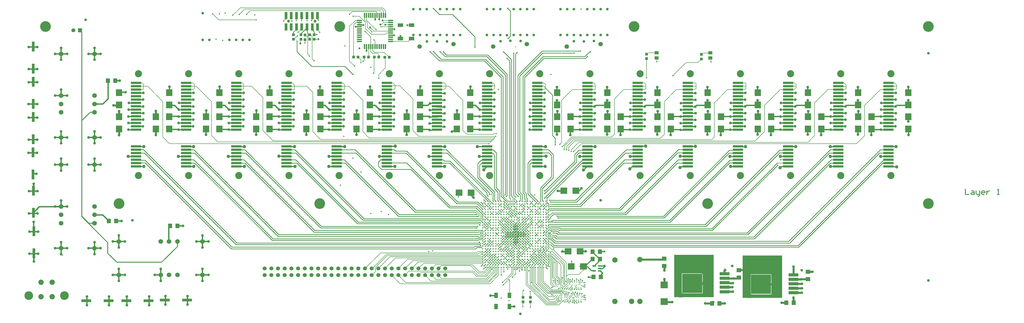
<source format=gtl>
%FSLAX24Y24*%
%MOIN*%
G70*
G01*
G75*
G04 Layer_Physical_Order=1*
G04 Layer_Color=255*
%ADD10R,0.0394X0.0433*%
%ADD11R,0.1024X0.0945*%
%ADD12R,0.3000X0.2900*%
%ADD13R,0.1500X0.0500*%
%ADD14R,0.0394X0.1083*%
%ADD15R,0.1102X0.1024*%
%ADD16R,0.0945X0.1024*%
%ADD17R,0.0630X0.0709*%
%ADD18C,0.0700*%
%ADD19R,0.0748X0.0197*%
%ADD20R,0.0394X0.1496*%
%ADD21R,0.1496X0.0394*%
%ADD22C,0.0197*%
%ADD23R,0.1575X0.0335*%
%ADD24R,0.0433X0.0394*%
%ADD25R,0.0551X0.0787*%
%ADD26R,0.0197X0.0748*%
%ADD27R,0.0787X0.0551*%
%ADD28R,0.0630X0.0512*%
%ADD29C,0.0130*%
%ADD30R,0.0709X0.0630*%
%ADD31R,0.0571X0.0197*%
%ADD32C,0.0400*%
%ADD33C,0.0060*%
%ADD34C,0.0080*%
%ADD35C,0.0200*%
%ADD36C,0.0100*%
%ADD37C,0.0110*%
%ADD38C,0.0160*%
%ADD39C,0.0300*%
%ADD40C,0.0180*%
%ADD41C,0.0240*%
%ADD42C,0.0120*%
%ADD43C,0.0433*%
%ADD44C,0.1600*%
%ADD45C,0.0669*%
%ADD46C,0.1063*%
%ADD47R,0.0591X0.0591*%
%ADD48C,0.0591*%
%ADD49C,0.0800*%
%ADD50C,0.1300*%
%ADD51C,0.0600*%
%ADD52C,0.0200*%
%ADD53C,0.0300*%
%ADD54C,0.0500*%
G36*
X124899Y33521D02*
X120175D01*
Y33517D01*
X120138Y33483D01*
X119269Y33521D01*
X118993D01*
Y39859D01*
X124899D01*
Y33521D01*
D02*
G37*
G36*
X135135Y33422D02*
X130411D01*
Y33419D01*
X130375Y33384D01*
X129505Y33422D01*
X129230D01*
Y39761D01*
X135135D01*
Y33422D01*
D02*
G37*
G36*
X95410Y44440D02*
X95358Y44406D01*
X95323Y44353D01*
X95311Y44291D01*
X95323Y44230D01*
X95341Y44203D01*
X95451Y44313D01*
X95494Y44270D01*
X95384Y44160D01*
X95411Y44142D01*
X95472Y44130D01*
X95534Y44142D01*
X95587Y44177D01*
X95621Y44229D01*
X95669Y44215D01*
Y43974D01*
X95621Y43960D01*
X95604Y43986D01*
X95494Y43876D01*
X95384Y43766D01*
X95411Y43748D01*
X95472Y43736D01*
X95534Y43748D01*
X95587Y43783D01*
X95621Y43835D01*
X95669Y43821D01*
Y43581D01*
X95621Y43566D01*
X95604Y43593D01*
X95494Y43483D01*
X95384Y43373D01*
X95411Y43355D01*
X95472Y43342D01*
X95534Y43355D01*
X95587Y43390D01*
X95621Y43442D01*
X95669Y43427D01*
Y43307D01*
X95789D01*
X95804Y43259D01*
X95752Y43224D01*
X95717Y43172D01*
X95705Y43110D01*
X95717Y43048D01*
X95735Y43021D01*
X95845Y43131D01*
X95955Y43241D01*
X95928Y43259D01*
X95943Y43307D01*
X96183D01*
X96198Y43259D01*
X96146Y43224D01*
X96111Y43172D01*
X96098Y43110D01*
X96111Y43048D01*
X96129Y43021D01*
X96239Y43131D01*
X96349Y43241D01*
X96322Y43259D01*
X96337Y43307D01*
X96577D01*
X96591Y43259D01*
X96539Y43224D01*
X96504Y43172D01*
X96492Y43110D01*
X96504Y43048D01*
X96522Y43021D01*
X96632Y43132D01*
X96675Y43089D01*
X96565Y42979D01*
X96592Y42961D01*
X96654Y42949D01*
X96715Y42961D01*
X96768Y42996D01*
X96803Y43048D01*
X96850Y43034D01*
Y42793D01*
X96803Y42779D01*
X96785Y42805D01*
X96675Y42695D01*
X96565Y42585D01*
X96591Y42568D01*
X96577Y42520D01*
X96337D01*
X96322Y42568D01*
X96374Y42602D01*
X96409Y42655D01*
X96421Y42717D01*
X96409Y42778D01*
X96391Y42805D01*
X96281Y42695D01*
X96171Y42585D01*
X96198Y42568D01*
X96183Y42520D01*
X95943D01*
X95928Y42568D01*
X95980Y42602D01*
X96015Y42655D01*
X96028Y42717D01*
X96015Y42778D01*
X95997Y42805D01*
X95887Y42695D01*
X95777Y42585D01*
X95804Y42568D01*
X95789Y42520D01*
X95669D01*
Y42400D01*
X95621Y42385D01*
X95604Y42412D01*
X95494Y42302D01*
X95384Y42192D01*
X95411Y42174D01*
X95472Y42161D01*
X95534Y42174D01*
X95587Y42209D01*
X95621Y42261D01*
X95669Y42246D01*
Y42006D01*
X95621Y41991D01*
X95604Y42018D01*
X95494Y41908D01*
X95384Y41798D01*
X95411Y41780D01*
X95472Y41768D01*
X95534Y41780D01*
X95587Y41815D01*
X95621Y41867D01*
X95669Y41852D01*
Y41612D01*
X95621Y41598D01*
X95604Y41624D01*
X95494Y41514D01*
X95384Y41404D01*
X95410Y41386D01*
X95396Y41339D01*
X95155D01*
X95141Y41386D01*
X95193Y41421D01*
X95228Y41474D01*
X95240Y41535D01*
X95228Y41597D01*
X95210Y41624D01*
X95100Y41514D01*
X95057Y41557D01*
X95168Y41667D01*
X95141Y41685D01*
X95079Y41697D01*
X95017Y41685D01*
X94965Y41650D01*
X94930Y41598D01*
X94882Y41612D01*
Y41852D01*
X94930Y41867D01*
X94948Y41840D01*
X95057Y41950D01*
X95168Y42060D01*
X95141Y42078D01*
X95079Y42091D01*
X95017Y42078D01*
X94965Y42043D01*
X94930Y41991D01*
X94882Y42006D01*
Y42246D01*
X94930Y42261D01*
X94948Y42234D01*
X95057Y42344D01*
X95168Y42454D01*
X95141Y42472D01*
X95079Y42484D01*
X95017Y42472D01*
X94965Y42437D01*
X94930Y42385D01*
X94882Y42400D01*
Y42421D01*
X94810D01*
X94799Y42437D01*
X94747Y42472D01*
X94685Y42484D01*
X94623Y42472D01*
X94571Y42437D01*
X94560Y42421D01*
X94416D01*
X94423Y42412D01*
X94312Y42302D01*
X94270Y42344D01*
X94380Y42454D01*
X94353Y42472D01*
X94291Y42484D01*
X94230Y42472D01*
X94177Y42437D01*
X94167Y42421D01*
X94022D01*
X94029Y42412D01*
X93919Y42302D01*
X93876Y42344D01*
X93986Y42454D01*
X93959Y42472D01*
X93898Y42484D01*
X93836Y42472D01*
X93783Y42437D01*
X93773Y42421D01*
X93701D01*
Y42640D01*
X93749Y42654D01*
X93766Y42628D01*
X93876Y42738D01*
X93986Y42848D01*
X93959Y42866D01*
X93898Y42878D01*
X93836Y42866D01*
X93783Y42831D01*
X93749Y42779D01*
X93701Y42793D01*
Y43034D01*
X93749Y43048D01*
X93766Y43021D01*
X93876Y43131D01*
X93986Y43241D01*
X93960Y43259D01*
X93974Y43307D01*
X94215D01*
X94229Y43259D01*
X94177Y43224D01*
X94142Y43172D01*
X94130Y43110D01*
X94142Y43048D01*
X94160Y43021D01*
X94270Y43131D01*
X94380Y43241D01*
X94354Y43259D01*
X94368Y43307D01*
X94608D01*
X94623Y43259D01*
X94571Y43224D01*
X94536Y43172D01*
X94524Y43110D01*
X94536Y43048D01*
X94554Y43021D01*
X94664Y43131D01*
X94774Y43241D01*
X94747Y43259D01*
X94762Y43307D01*
X94882D01*
Y43427D01*
X94930Y43442D01*
X94948Y43415D01*
X95057Y43525D01*
X95168Y43635D01*
X95141Y43653D01*
X95079Y43665D01*
X95017Y43653D01*
X94965Y43618D01*
X94930Y43566D01*
X94882Y43581D01*
Y43821D01*
X94930Y43835D01*
X94948Y43809D01*
X95057Y43919D01*
X95168Y44029D01*
X95141Y44047D01*
X95079Y44059D01*
X95017Y44047D01*
X94965Y44012D01*
X94930Y43960D01*
X94882Y43974D01*
Y44215D01*
X94930Y44229D01*
X94948Y44203D01*
X95057Y44312D01*
X95168Y44423D01*
X95141Y44440D01*
X95155Y44488D01*
X95396D01*
X95410Y44440D01*
D02*
G37*
%LPC*%
G36*
X94423Y42805D02*
X94312Y42695D01*
X94203Y42585D01*
X94230Y42567D01*
X94291Y42555D01*
X94353Y42567D01*
X94406Y42602D01*
X94441Y42655D01*
X94453Y42717D01*
X94441Y42778D01*
X94423Y42805D01*
D02*
G37*
G36*
X94816D02*
X94706Y42695D01*
X94596Y42585D01*
X94623Y42567D01*
X94685Y42555D01*
X94747Y42567D01*
X94799Y42602D01*
X94834Y42655D01*
X94847Y42717D01*
X94834Y42778D01*
X94816Y42805D01*
D02*
G37*
G36*
X95472Y42484D02*
X95411Y42472D01*
X95358Y42437D01*
X95323Y42385D01*
X95311Y42323D01*
X95323Y42261D01*
X95341Y42234D01*
X95451Y42344D01*
X95561Y42454D01*
X95534Y42472D01*
X95472Y42484D01*
D02*
G37*
G36*
X94029Y42805D02*
X93919Y42695D01*
X93809Y42585D01*
X93836Y42567D01*
X93898Y42555D01*
X93959Y42567D01*
X94012Y42602D01*
X94047Y42655D01*
X94059Y42717D01*
X94047Y42778D01*
X94029Y42805D01*
D02*
G37*
G36*
X94291Y42878D02*
X94230Y42866D01*
X94177Y42831D01*
X94142Y42778D01*
X94130Y42717D01*
X94142Y42655D01*
X94160Y42628D01*
X94270Y42738D01*
X94380Y42848D01*
X94353Y42866D01*
X94291Y42878D01*
D02*
G37*
G36*
X94685D02*
X94623Y42866D01*
X94571Y42831D01*
X94536Y42778D01*
X94524Y42717D01*
X94536Y42655D01*
X94554Y42628D01*
X94664Y42738D01*
X94774Y42848D01*
X94747Y42866D01*
X94685Y42878D01*
D02*
G37*
G36*
X95210Y42805D02*
X95100Y42695D01*
X94990Y42585D01*
X95017Y42567D01*
X95079Y42555D01*
X95141Y42567D01*
X95193Y42602D01*
X95228Y42655D01*
X95240Y42717D01*
X95228Y42778D01*
X95210Y42805D01*
D02*
G37*
G36*
X95604D02*
X95494Y42695D01*
X95384Y42585D01*
X95411Y42567D01*
X95472Y42555D01*
X95534Y42567D01*
X95587Y42602D01*
X95622Y42655D01*
X95634Y42717D01*
X95622Y42778D01*
X95604Y42805D01*
D02*
G37*
G36*
X123153Y37089D02*
X120125D01*
Y34069D01*
X120133D01*
X121664Y35600D01*
X123153Y37089D01*
D02*
G37*
G36*
X123245D02*
X123238D01*
X121706Y35558D01*
X120218Y34069D01*
X123245D01*
Y37089D01*
D02*
G37*
G36*
X133436Y36943D02*
X130408D01*
Y33923D01*
X130416D01*
X131947Y35454D01*
X133436Y36943D01*
D02*
G37*
G36*
X133528D02*
X133521D01*
X131989Y35412D01*
X130501Y33923D01*
X133528D01*
Y36943D01*
D02*
G37*
G36*
X95472Y42091D02*
X95411Y42078D01*
X95358Y42043D01*
X95323Y41991D01*
X95311Y41929D01*
X95323Y41867D01*
X95341Y41840D01*
X95451Y41950D01*
X95561Y42060D01*
X95534Y42078D01*
X95472Y42091D01*
D02*
G37*
G36*
X95210Y42412D02*
X95100Y42302D01*
X94990Y42192D01*
X95017Y42174D01*
X95079Y42161D01*
X95141Y42174D01*
X95193Y42209D01*
X95228Y42261D01*
X95240Y42323D01*
X95228Y42385D01*
X95210Y42412D01*
D02*
G37*
G36*
X95472Y41697D02*
X95411Y41685D01*
X95358Y41650D01*
X95323Y41597D01*
X95311Y41535D01*
X95323Y41474D01*
X95341Y41447D01*
X95451Y41557D01*
X95561Y41667D01*
X95534Y41685D01*
X95472Y41697D01*
D02*
G37*
G36*
X95210Y42018D02*
X95100Y41908D01*
X94990Y41798D01*
X95017Y41780D01*
X95079Y41768D01*
X95141Y41780D01*
X95193Y41815D01*
X95228Y41867D01*
X95240Y41929D01*
X95228Y41991D01*
X95210Y42018D01*
D02*
G37*
G36*
X95079Y42878D02*
X95017Y42866D01*
X94965Y42831D01*
X94930Y42778D01*
X94917Y42717D01*
X94930Y42655D01*
X94948Y42628D01*
X95057Y42738D01*
X95168Y42848D01*
X95141Y42866D01*
X95079Y42878D01*
D02*
G37*
G36*
Y43272D02*
X95017Y43259D01*
X94965Y43224D01*
X94930Y43172D01*
X94917Y43110D01*
X94930Y43048D01*
X94948Y43021D01*
X95057Y43131D01*
X95168Y43241D01*
X95141Y43259D01*
X95079Y43272D01*
D02*
G37*
G36*
X95472D02*
X95411Y43259D01*
X95358Y43224D01*
X95323Y43172D01*
X95311Y43110D01*
X95323Y43048D01*
X95341Y43021D01*
X95451Y43131D01*
X95561Y43241D01*
X95534Y43259D01*
X95472Y43272D01*
D02*
G37*
G36*
X95997Y43199D02*
X95887Y43089D01*
X95777Y42979D01*
X95804Y42961D01*
X95866Y42949D01*
X95928Y42961D01*
X95980Y42996D01*
X96015Y43048D01*
X96028Y43110D01*
X96015Y43172D01*
X95997Y43199D01*
D02*
G37*
G36*
X96391D02*
X96281Y43089D01*
X96171Y42979D01*
X96198Y42961D01*
X96260Y42949D01*
X96322Y42961D01*
X96374Y42996D01*
X96409Y43048D01*
X96421Y43110D01*
X96409Y43172D01*
X96391Y43199D01*
D02*
G37*
G36*
X95210Y43593D02*
X95100Y43483D01*
X94990Y43373D01*
X95017Y43355D01*
X95079Y43342D01*
X95141Y43355D01*
X95193Y43390D01*
X95228Y43442D01*
X95240Y43504D01*
X95228Y43566D01*
X95210Y43593D01*
D02*
G37*
G36*
X95472Y44059D02*
X95411Y44047D01*
X95358Y44012D01*
X95323Y43959D01*
X95311Y43898D01*
X95323Y43836D01*
X95341Y43809D01*
X95451Y43919D01*
X95561Y44029D01*
X95534Y44047D01*
X95472Y44059D01*
D02*
G37*
G36*
X95210Y44380D02*
X95100Y44270D01*
X94990Y44160D01*
X95017Y44142D01*
X95079Y44130D01*
X95141Y44142D01*
X95193Y44177D01*
X95228Y44230D01*
X95240Y44291D01*
X95228Y44353D01*
X95210Y44380D01*
D02*
G37*
G36*
X95472Y43665D02*
X95411Y43653D01*
X95358Y43618D01*
X95323Y43566D01*
X95311Y43504D01*
X95323Y43442D01*
X95341Y43415D01*
X95451Y43525D01*
X95561Y43635D01*
X95534Y43653D01*
X95472Y43665D01*
D02*
G37*
G36*
X95210Y43986D02*
X95100Y43876D01*
X94990Y43766D01*
X95017Y43748D01*
X95079Y43736D01*
X95141Y43748D01*
X95193Y43783D01*
X95228Y43836D01*
X95240Y43898D01*
X95228Y43959D01*
X95210Y43986D01*
D02*
G37*
G36*
X96260Y42878D02*
X96198Y42866D01*
X96146Y42831D01*
X96111Y42778D01*
X96098Y42717D01*
X96111Y42655D01*
X96129Y42628D01*
X96239Y42738D01*
X96349Y42848D01*
X96322Y42866D01*
X96260Y42878D01*
D02*
G37*
G36*
X96654D02*
X96592Y42866D01*
X96539Y42831D01*
X96504Y42778D01*
X96492Y42717D01*
X96504Y42655D01*
X96522Y42628D01*
X96632Y42738D01*
X96742Y42848D01*
X96715Y42866D01*
X96654Y42878D01*
D02*
G37*
G36*
X95472D02*
X95411Y42866D01*
X95358Y42831D01*
X95323Y42778D01*
X95311Y42717D01*
X95323Y42655D01*
X95341Y42628D01*
X95451Y42738D01*
X95561Y42848D01*
X95534Y42866D01*
X95472Y42878D01*
D02*
G37*
G36*
X95866D02*
X95804Y42866D01*
X95752Y42831D01*
X95717Y42778D01*
X95705Y42717D01*
X95717Y42655D01*
X95735Y42628D01*
X95845Y42738D01*
X95955Y42848D01*
X95928Y42866D01*
X95866Y42878D01*
D02*
G37*
G36*
X94029Y43199D02*
X93919Y43089D01*
X93809Y42979D01*
X93836Y42961D01*
X93898Y42949D01*
X93959Y42961D01*
X94012Y42996D01*
X94047Y43048D01*
X94059Y43110D01*
X94047Y43172D01*
X94029Y43199D01*
D02*
G37*
G36*
X95210D02*
X95100Y43089D01*
X94990Y42979D01*
X95017Y42961D01*
X95079Y42949D01*
X95141Y42961D01*
X95193Y42996D01*
X95228Y43048D01*
X95240Y43110D01*
X95228Y43172D01*
X95210Y43199D01*
D02*
G37*
G36*
X95604D02*
X95494Y43089D01*
X95384Y42979D01*
X95411Y42961D01*
X95472Y42949D01*
X95534Y42961D01*
X95587Y42996D01*
X95622Y43048D01*
X95634Y43110D01*
X95622Y43172D01*
X95604Y43199D01*
D02*
G37*
G36*
X94423D02*
X94312Y43089D01*
X94203Y42979D01*
X94230Y42961D01*
X94291Y42949D01*
X94353Y42961D01*
X94406Y42996D01*
X94441Y43048D01*
X94453Y43110D01*
X94441Y43172D01*
X94423Y43199D01*
D02*
G37*
G36*
X94816D02*
X94706Y43089D01*
X94596Y42979D01*
X94623Y42961D01*
X94685Y42949D01*
X94747Y42961D01*
X94799Y42996D01*
X94834Y43048D01*
X94847Y43110D01*
X94834Y43172D01*
X94816Y43199D01*
D02*
G37*
%LPD*%
D10*
X123050Y69835D02*
D03*
Y69165D02*
D03*
X114850Y69885D02*
D03*
Y69215D02*
D03*
X97480Y33484D02*
D03*
Y32815D02*
D03*
X96378Y33484D02*
D03*
Y32815D02*
D03*
X62050Y72115D02*
D03*
Y72785D02*
D03*
X63200Y72115D02*
D03*
Y72785D02*
D03*
X63800Y72735D02*
D03*
Y72065D02*
D03*
X64500Y72115D02*
D03*
Y72785D02*
D03*
X65150Y72115D02*
D03*
Y72785D02*
D03*
D11*
X103594Y38100D02*
D03*
X105406D02*
D03*
X88622Y49134D02*
D03*
X86811D02*
D03*
X102480Y49449D02*
D03*
X104291D02*
D03*
X103110Y40394D02*
D03*
X104921D02*
D03*
D12*
X131968Y35433D02*
D03*
X121685Y35579D02*
D03*
D13*
X136818Y36863D02*
D03*
Y36193D02*
D03*
Y35523D02*
D03*
Y34853D02*
D03*
Y34183D02*
D03*
X126535Y34999D02*
D03*
Y34329D02*
D03*
Y35669D02*
D03*
Y36339D02*
D03*
Y37009D02*
D03*
D14*
X65662Y75637D02*
D03*
Y73963D02*
D03*
X64875Y75637D02*
D03*
X64087D02*
D03*
X63300D02*
D03*
X62513D02*
D03*
X61725D02*
D03*
X60938D02*
D03*
X64875Y73963D02*
D03*
X64087D02*
D03*
X63300D02*
D03*
X62513D02*
D03*
X61725D02*
D03*
X60938D02*
D03*
D15*
X117480Y32835D02*
D03*
Y35354D02*
D03*
D16*
X154000Y64106D02*
D03*
Y62294D02*
D03*
Y58694D02*
D03*
Y60506D02*
D03*
X148500Y58694D02*
D03*
Y60506D02*
D03*
X146500Y62294D02*
D03*
Y64106D02*
D03*
Y58694D02*
D03*
Y60506D02*
D03*
X141000Y58694D02*
D03*
Y60506D02*
D03*
X139000Y62294D02*
D03*
Y64106D02*
D03*
Y58694D02*
D03*
Y60506D02*
D03*
X133500Y58694D02*
D03*
Y60506D02*
D03*
X131500Y62294D02*
D03*
Y64106D02*
D03*
Y58694D02*
D03*
Y60506D02*
D03*
X126000Y58694D02*
D03*
Y60506D02*
D03*
X124000Y62294D02*
D03*
Y64106D02*
D03*
Y58694D02*
D03*
Y60506D02*
D03*
X118500Y58694D02*
D03*
Y60506D02*
D03*
X116500Y62294D02*
D03*
Y64106D02*
D03*
Y58694D02*
D03*
Y60506D02*
D03*
X111000Y58694D02*
D03*
Y60506D02*
D03*
X109000Y62294D02*
D03*
Y64106D02*
D03*
Y58694D02*
D03*
Y60506D02*
D03*
X103500Y58694D02*
D03*
Y60506D02*
D03*
X101500Y62294D02*
D03*
Y64106D02*
D03*
Y58694D02*
D03*
Y60506D02*
D03*
X88500Y62294D02*
D03*
Y64106D02*
D03*
Y58694D02*
D03*
Y60506D02*
D03*
X86500Y58694D02*
D03*
Y60506D02*
D03*
X81000Y62294D02*
D03*
Y64106D02*
D03*
Y58694D02*
D03*
Y60506D02*
D03*
X79000Y58694D02*
D03*
Y60506D02*
D03*
X73500Y62294D02*
D03*
Y64106D02*
D03*
Y58694D02*
D03*
Y60506D02*
D03*
X71500Y58694D02*
D03*
Y60506D02*
D03*
X66100Y62294D02*
D03*
Y64106D02*
D03*
Y58694D02*
D03*
Y60506D02*
D03*
X36000D02*
D03*
Y58694D02*
D03*
Y62294D02*
D03*
Y64106D02*
D03*
X41500Y60506D02*
D03*
Y58694D02*
D03*
X43500D02*
D03*
Y60506D02*
D03*
Y64106D02*
D03*
Y62294D02*
D03*
X49000Y58694D02*
D03*
Y60506D02*
D03*
X51000D02*
D03*
Y58694D02*
D03*
Y62294D02*
D03*
Y64106D02*
D03*
X56500Y60506D02*
D03*
Y58694D02*
D03*
X58500D02*
D03*
Y60506D02*
D03*
Y64106D02*
D03*
Y62294D02*
D03*
X64000Y58694D02*
D03*
Y60506D02*
D03*
D17*
X136850Y32677D02*
D03*
X108031Y36535D02*
D03*
X35433Y65905D02*
D03*
X35551Y44900D02*
D03*
X43622Y44173D02*
D03*
X44724D02*
D03*
X106929Y36535D02*
D03*
X107874Y40315D02*
D03*
X106771D02*
D03*
X107874Y39213D02*
D03*
X106771D02*
D03*
X34449Y44900D02*
D03*
X34331Y65905D02*
D03*
X124645Y32598D02*
D03*
X125748D02*
D03*
X135748Y32677D02*
D03*
D18*
X27323Y44587D02*
D03*
Y45837D02*
D03*
Y47087D02*
D03*
Y53337D02*
D03*
X32323D02*
D03*
Y47087D02*
D03*
Y45837D02*
D03*
Y44587D02*
D03*
Y40837D02*
D03*
X27323D02*
D03*
Y57431D02*
D03*
X32323D02*
D03*
Y61181D02*
D03*
Y62431D02*
D03*
Y63681D02*
D03*
Y69931D02*
D03*
X27323D02*
D03*
Y63681D02*
D03*
Y62431D02*
D03*
Y61181D02*
D03*
X48455Y36850D02*
D03*
Y41850D02*
D03*
X44705D02*
D03*
X43455D02*
D03*
X42205D02*
D03*
X35955D02*
D03*
Y36850D02*
D03*
X42205D02*
D03*
X43455D02*
D03*
X44705D02*
D03*
D19*
X76593Y73035D02*
D03*
Y71775D02*
D03*
Y72090D02*
D03*
Y72405D02*
D03*
Y72720D02*
D03*
Y73350D02*
D03*
Y73665D02*
D03*
Y73980D02*
D03*
Y74295D02*
D03*
Y74610D02*
D03*
Y74925D02*
D03*
X71907Y71775D02*
D03*
Y72090D02*
D03*
Y72405D02*
D03*
Y72720D02*
D03*
Y73035D02*
D03*
Y73350D02*
D03*
Y73980D02*
D03*
Y74295D02*
D03*
Y74610D02*
D03*
Y74925D02*
D03*
Y73665D02*
D03*
D20*
X23189Y46142D02*
D03*
Y49449D02*
D03*
X23268Y43386D02*
D03*
Y40079D02*
D03*
X23150Y60472D02*
D03*
Y57165D02*
D03*
Y65748D02*
D03*
Y62441D02*
D03*
Y71023D02*
D03*
Y67716D02*
D03*
X23110Y55197D02*
D03*
Y51890D02*
D03*
D21*
X40394Y32992D02*
D03*
X37087D02*
D03*
X46142Y33071D02*
D03*
X42835D02*
D03*
X34409Y32992D02*
D03*
X31102D02*
D03*
D22*
X91535Y39567D02*
D03*
X93504Y37992D02*
D03*
X93110D02*
D03*
X92717Y39567D02*
D03*
X92323D02*
D03*
X91929D02*
D03*
X93110Y39173D02*
D03*
X92717Y38780D02*
D03*
X92323D02*
D03*
X91929D02*
D03*
X91535D02*
D03*
X91142D02*
D03*
X92717Y39173D02*
D03*
X92323D02*
D03*
X93504Y38386D02*
D03*
X91929Y39173D02*
D03*
X91535D02*
D03*
X91142D02*
D03*
X91535Y40354D02*
D03*
X91142D02*
D03*
X91535Y40748D02*
D03*
X91142D02*
D03*
X91535Y39961D02*
D03*
X91142D02*
D03*
X92717Y37992D02*
D03*
X92323D02*
D03*
X91929D02*
D03*
X92717Y38386D02*
D03*
X92323D02*
D03*
X91535Y37992D02*
D03*
X91142D02*
D03*
X91535Y38386D02*
D03*
X91142D02*
D03*
X90748Y38780D02*
D03*
X90354D02*
D03*
X90748Y39173D02*
D03*
X90354D02*
D03*
X90748Y39567D02*
D03*
X90354D02*
D03*
Y39961D02*
D03*
X90748Y40354D02*
D03*
X90354D02*
D03*
X93110Y38780D02*
D03*
X91142Y39567D02*
D03*
X95079Y38386D02*
D03*
X95472D02*
D03*
X94685Y37992D02*
D03*
X90354Y40748D02*
D03*
X90748D02*
D03*
X94685Y46654D02*
D03*
X94291D02*
D03*
Y47047D02*
D03*
Y45866D02*
D03*
X95866Y46654D02*
D03*
X96260Y47047D02*
D03*
X95866Y45866D02*
D03*
X95472D02*
D03*
X95079D02*
D03*
X94685D02*
D03*
X95472Y46260D02*
D03*
Y46654D02*
D03*
X93898Y38386D02*
D03*
X96654Y38780D02*
D03*
X95472Y45472D02*
D03*
X94685D02*
D03*
X95866Y45079D02*
D03*
X94685Y40748D02*
D03*
X94291Y40354D02*
D03*
X95079D02*
D03*
X94685D02*
D03*
X96260Y46260D02*
D03*
X94291D02*
D03*
Y38386D02*
D03*
X95866Y38780D02*
D03*
X94685Y39961D02*
D03*
X94291D02*
D03*
X96260Y40748D02*
D03*
X94291D02*
D03*
X93898D02*
D03*
X93504D02*
D03*
X93110D02*
D03*
X96654Y41142D02*
D03*
X96260D02*
D03*
X95866D02*
D03*
X95079D02*
D03*
X94291D02*
D03*
X93898D02*
D03*
X93110D02*
D03*
X91142D02*
D03*
X97047Y41535D02*
D03*
X96654D02*
D03*
X95079D02*
D03*
X94685D02*
D03*
X94291D02*
D03*
X93898D02*
D03*
X93504D02*
D03*
X97047Y41929D02*
D03*
X96654D02*
D03*
X96260D02*
D03*
X95079D02*
D03*
X94685D02*
D03*
X94291D02*
D03*
X93898D02*
D03*
X93504D02*
D03*
X97047Y42323D02*
D03*
X95866D02*
D03*
X95079D02*
D03*
X94685D02*
D03*
X94291D02*
D03*
X93898D02*
D03*
X97047Y42717D02*
D03*
X95079D02*
D03*
X94685D02*
D03*
X94291D02*
D03*
X93898D02*
D03*
X93504D02*
D03*
X90354D02*
D03*
X97047Y43110D02*
D03*
X95079D02*
D03*
X94685D02*
D03*
X94291D02*
D03*
X93898D02*
D03*
X93504D02*
D03*
X92323D02*
D03*
X95866Y43504D02*
D03*
X95079D02*
D03*
X94685D02*
D03*
X94291D02*
D03*
X93898D02*
D03*
X93504D02*
D03*
X97047Y43898D02*
D03*
X96654D02*
D03*
X96260D02*
D03*
X95079D02*
D03*
X94685D02*
D03*
X94291D02*
D03*
X93898D02*
D03*
X93504D02*
D03*
X97047Y44291D02*
D03*
X96654D02*
D03*
X95079D02*
D03*
X94685D02*
D03*
X94291D02*
D03*
X93898D02*
D03*
X93504D02*
D03*
X96654Y44685D02*
D03*
X96260D02*
D03*
X95079D02*
D03*
X94685D02*
D03*
X94291D02*
D03*
X93898D02*
D03*
X91142D02*
D03*
X96654Y45079D02*
D03*
X96260D02*
D03*
X94291D02*
D03*
X92323Y45866D02*
D03*
X94685Y46260D02*
D03*
X93504Y47047D02*
D03*
X91142D02*
D03*
X90748Y47441D02*
D03*
X90354D02*
D03*
X95079Y37992D02*
D03*
X90748D02*
D03*
X93110Y38386D02*
D03*
X91929D02*
D03*
X90748D02*
D03*
X90354D02*
D03*
X93504Y38780D02*
D03*
X94685Y39567D02*
D03*
X93110D02*
D03*
X92323Y39961D02*
D03*
X91929D02*
D03*
X90748D02*
D03*
X95079Y47835D02*
D03*
X90748D02*
D03*
X90354Y47047D02*
D03*
Y44291D02*
D03*
Y43898D02*
D03*
Y43110D02*
D03*
Y42323D02*
D03*
Y41929D02*
D03*
Y41535D02*
D03*
Y41142D02*
D03*
X90748Y47047D02*
D03*
Y46260D02*
D03*
Y43898D02*
D03*
Y42717D02*
D03*
Y42323D02*
D03*
Y41929D02*
D03*
Y41535D02*
D03*
Y41142D02*
D03*
X91142Y46654D02*
D03*
Y46260D02*
D03*
Y45866D02*
D03*
Y45472D02*
D03*
Y43504D02*
D03*
Y42717D02*
D03*
Y42323D02*
D03*
Y41929D02*
D03*
Y41535D02*
D03*
X91535Y46260D02*
D03*
Y45866D02*
D03*
Y45472D02*
D03*
Y44685D02*
D03*
Y44291D02*
D03*
Y43504D02*
D03*
Y43110D02*
D03*
Y42717D02*
D03*
Y42323D02*
D03*
Y41929D02*
D03*
Y41535D02*
D03*
Y41142D02*
D03*
X91929Y47047D02*
D03*
Y46654D02*
D03*
Y46260D02*
D03*
Y45472D02*
D03*
Y45079D02*
D03*
Y44685D02*
D03*
Y44291D02*
D03*
Y43898D02*
D03*
Y43504D02*
D03*
Y43110D02*
D03*
Y42717D02*
D03*
Y42323D02*
D03*
Y41929D02*
D03*
Y41535D02*
D03*
Y41142D02*
D03*
Y40748D02*
D03*
X92323Y47441D02*
D03*
Y47047D02*
D03*
Y46654D02*
D03*
Y46260D02*
D03*
Y45472D02*
D03*
Y45079D02*
D03*
Y44685D02*
D03*
Y44291D02*
D03*
Y43898D02*
D03*
Y43504D02*
D03*
Y42717D02*
D03*
Y42323D02*
D03*
Y41929D02*
D03*
Y41535D02*
D03*
Y41142D02*
D03*
Y40748D02*
D03*
Y40354D02*
D03*
X92717Y47441D02*
D03*
Y47047D02*
D03*
Y46654D02*
D03*
Y46260D02*
D03*
Y45866D02*
D03*
Y45472D02*
D03*
Y45079D02*
D03*
Y44685D02*
D03*
Y44291D02*
D03*
Y43898D02*
D03*
Y43504D02*
D03*
Y43110D02*
D03*
Y42717D02*
D03*
Y42323D02*
D03*
Y41929D02*
D03*
Y41535D02*
D03*
Y41142D02*
D03*
Y40748D02*
D03*
Y40354D02*
D03*
Y39961D02*
D03*
X93110Y47047D02*
D03*
Y46654D02*
D03*
Y45866D02*
D03*
Y45472D02*
D03*
Y45079D02*
D03*
Y44291D02*
D03*
Y43898D02*
D03*
Y43504D02*
D03*
Y43110D02*
D03*
Y42717D02*
D03*
Y42323D02*
D03*
Y41929D02*
D03*
Y41535D02*
D03*
Y40354D02*
D03*
Y39961D02*
D03*
X93504Y46654D02*
D03*
Y46260D02*
D03*
Y45866D02*
D03*
Y45472D02*
D03*
Y42323D02*
D03*
Y40354D02*
D03*
Y39961D02*
D03*
Y39567D02*
D03*
Y39173D02*
D03*
X93898Y46260D02*
D03*
Y45866D02*
D03*
Y45472D02*
D03*
Y40354D02*
D03*
Y39961D02*
D03*
Y38780D02*
D03*
X94291Y45472D02*
D03*
Y39567D02*
D03*
Y39173D02*
D03*
Y38780D02*
D03*
X94685Y47441D02*
D03*
Y47047D02*
D03*
Y45079D02*
D03*
Y41142D02*
D03*
Y39173D02*
D03*
Y38780D02*
D03*
Y38386D02*
D03*
X95079Y47441D02*
D03*
Y47047D02*
D03*
Y46654D02*
D03*
Y46260D02*
D03*
Y45472D02*
D03*
Y45079D02*
D03*
Y40748D02*
D03*
Y39961D02*
D03*
Y39567D02*
D03*
Y39173D02*
D03*
Y38780D02*
D03*
X95472Y47835D02*
D03*
Y45079D02*
D03*
Y44685D02*
D03*
Y44291D02*
D03*
Y43898D02*
D03*
Y43504D02*
D03*
Y43110D02*
D03*
Y42717D02*
D03*
Y42323D02*
D03*
Y41929D02*
D03*
Y41535D02*
D03*
Y41142D02*
D03*
Y40748D02*
D03*
Y40354D02*
D03*
Y39961D02*
D03*
Y39567D02*
D03*
Y39173D02*
D03*
Y38780D02*
D03*
Y37992D02*
D03*
X95866Y46260D02*
D03*
Y45472D02*
D03*
Y44685D02*
D03*
Y44291D02*
D03*
Y43898D02*
D03*
Y43110D02*
D03*
Y42717D02*
D03*
Y41929D02*
D03*
Y41535D02*
D03*
Y40748D02*
D03*
Y40354D02*
D03*
Y39961D02*
D03*
Y39567D02*
D03*
Y39173D02*
D03*
X96260Y46654D02*
D03*
Y45866D02*
D03*
Y45472D02*
D03*
Y44291D02*
D03*
Y43504D02*
D03*
Y43110D02*
D03*
Y42717D02*
D03*
Y42323D02*
D03*
Y41535D02*
D03*
Y40354D02*
D03*
Y39961D02*
D03*
Y39567D02*
D03*
Y39173D02*
D03*
Y38780D02*
D03*
X96654Y47047D02*
D03*
Y46654D02*
D03*
Y46260D02*
D03*
Y45866D02*
D03*
Y45472D02*
D03*
Y43504D02*
D03*
Y43110D02*
D03*
Y42717D02*
D03*
Y42323D02*
D03*
Y39567D02*
D03*
Y39173D02*
D03*
X97047Y47047D02*
D03*
Y46654D02*
D03*
Y46260D02*
D03*
Y45866D02*
D03*
Y45472D02*
D03*
Y38780D02*
D03*
X97441Y47047D02*
D03*
Y46654D02*
D03*
Y45866D02*
D03*
Y45472D02*
D03*
Y43898D02*
D03*
Y43504D02*
D03*
Y43110D02*
D03*
Y42717D02*
D03*
Y42323D02*
D03*
Y41929D02*
D03*
X97835Y47441D02*
D03*
Y47047D02*
D03*
Y46654D02*
D03*
Y46260D02*
D03*
Y45866D02*
D03*
Y45472D02*
D03*
Y45079D02*
D03*
Y44685D02*
D03*
Y44291D02*
D03*
Y43898D02*
D03*
Y43504D02*
D03*
Y43110D02*
D03*
Y42717D02*
D03*
Y42323D02*
D03*
Y41929D02*
D03*
Y41535D02*
D03*
Y40354D02*
D03*
X98228Y46654D02*
D03*
Y46260D02*
D03*
Y45866D02*
D03*
Y45472D02*
D03*
Y45079D02*
D03*
Y44685D02*
D03*
Y44291D02*
D03*
Y43898D02*
D03*
Y43504D02*
D03*
Y43110D02*
D03*
Y42717D02*
D03*
Y42323D02*
D03*
Y41929D02*
D03*
Y41535D02*
D03*
Y41142D02*
D03*
Y40748D02*
D03*
Y39961D02*
D03*
X98622Y47047D02*
D03*
Y46654D02*
D03*
Y46260D02*
D03*
Y45472D02*
D03*
Y45079D02*
D03*
Y44291D02*
D03*
Y43504D02*
D03*
Y43110D02*
D03*
Y42717D02*
D03*
Y42323D02*
D03*
Y41535D02*
D03*
Y41142D02*
D03*
Y40748D02*
D03*
X99016Y46260D02*
D03*
Y45866D02*
D03*
Y45079D02*
D03*
Y44291D02*
D03*
Y43898D02*
D03*
Y43504D02*
D03*
Y43110D02*
D03*
Y42717D02*
D03*
Y42323D02*
D03*
Y41929D02*
D03*
Y41535D02*
D03*
Y41142D02*
D03*
Y40748D02*
D03*
X99409Y47047D02*
D03*
Y46654D02*
D03*
Y45866D02*
D03*
Y45079D02*
D03*
Y44685D02*
D03*
Y44291D02*
D03*
Y43898D02*
D03*
Y43504D02*
D03*
Y42323D02*
D03*
Y41929D02*
D03*
Y41142D02*
D03*
Y38780D02*
D03*
X99803Y47835D02*
D03*
Y47441D02*
D03*
Y43504D02*
D03*
Y41142D02*
D03*
Y40748D02*
D03*
Y38386D02*
D03*
Y37992D02*
D03*
X100197Y47441D02*
D03*
Y43110D02*
D03*
Y41142D02*
D03*
Y40748D02*
D03*
Y38386D02*
D03*
X90748Y43110D02*
D03*
X91142D02*
D03*
Y43898D02*
D03*
X91535D02*
D03*
X90354Y43504D02*
D03*
X90748D02*
D03*
X90354Y44685D02*
D03*
X90748D02*
D03*
Y44291D02*
D03*
X91142D02*
D03*
X90748Y45472D02*
D03*
X90354D02*
D03*
Y45079D02*
D03*
X90748D02*
D03*
X91142D02*
D03*
X91535D02*
D03*
X90354Y46654D02*
D03*
X90748D02*
D03*
X90354Y46260D02*
D03*
Y45866D02*
D03*
X91142Y47835D02*
D03*
Y47441D02*
D03*
X91535Y47835D02*
D03*
Y47047D02*
D03*
Y47441D02*
D03*
Y46654D02*
D03*
X100197Y41929D02*
D03*
Y41535D02*
D03*
X99409D02*
D03*
X99803D02*
D03*
Y42323D02*
D03*
X100197D02*
D03*
X99409Y43110D02*
D03*
X99803D02*
D03*
X99409Y42717D02*
D03*
X99803D02*
D03*
Y44291D02*
D03*
X100197D02*
D03*
Y43898D02*
D03*
Y43504D02*
D03*
X98622Y44685D02*
D03*
X99016D02*
D03*
X99803D02*
D03*
X100197D02*
D03*
X99803Y45079D02*
D03*
X100197D02*
D03*
Y46260D02*
D03*
Y45866D02*
D03*
X99803Y45472D02*
D03*
X100197D02*
D03*
X97047Y47835D02*
D03*
Y47441D02*
D03*
X97441Y47835D02*
D03*
X97835D02*
D03*
X99016Y47441D02*
D03*
X99409D02*
D03*
X99016Y47835D02*
D03*
X99409D02*
D03*
X98228D02*
D03*
X98622D02*
D03*
X98228Y47441D02*
D03*
Y47047D02*
D03*
X99016D02*
D03*
Y46654D02*
D03*
X99409Y46260D02*
D03*
X99803D02*
D03*
Y47047D02*
D03*
X100197D02*
D03*
X99016Y45472D02*
D03*
X99409D02*
D03*
X99803Y46654D02*
D03*
X100197D02*
D03*
X91929Y47441D02*
D03*
X93110D02*
D03*
X94291D02*
D03*
X96260D02*
D03*
X97441D02*
D03*
X98622D02*
D03*
X93110Y46260D02*
D03*
X97441D02*
D03*
X90748Y45866D02*
D03*
X91929D02*
D03*
X98622D02*
D03*
X99803D02*
D03*
X93504Y45079D02*
D03*
X93898D02*
D03*
X97047D02*
D03*
X97441D02*
D03*
X93110Y44685D02*
D03*
X97441D02*
D03*
Y44291D02*
D03*
X98622Y43898D02*
D03*
X99803D02*
D03*
X97047Y43504D02*
D03*
X100197Y42717D02*
D03*
X98622Y41929D02*
D03*
X99803D02*
D03*
X97441Y41535D02*
D03*
X95866Y47835D02*
D03*
X96260D02*
D03*
X96654D02*
D03*
Y47441D02*
D03*
X93504Y47835D02*
D03*
Y47441D02*
D03*
X91929Y47835D02*
D03*
X92323D02*
D03*
X93898Y47047D02*
D03*
Y46654D02*
D03*
X92717Y47835D02*
D03*
X93110D02*
D03*
X95472Y47441D02*
D03*
X95866D02*
D03*
X95472Y47047D02*
D03*
X95866D02*
D03*
X93898Y47835D02*
D03*
X94291D02*
D03*
X94685D02*
D03*
X93898Y47441D02*
D03*
X98622Y39961D02*
D03*
X99803D02*
D03*
X97441Y39567D02*
D03*
Y38386D02*
D03*
X98622D02*
D03*
X97441Y41142D02*
D03*
X96654Y40748D02*
D03*
X97047D02*
D03*
X97835Y39173D02*
D03*
X99409Y40748D02*
D03*
X98228Y40354D02*
D03*
X99016D02*
D03*
X100197Y39567D02*
D03*
X97835Y38386D02*
D03*
Y38780D02*
D03*
Y40748D02*
D03*
X97047Y38386D02*
D03*
Y37992D02*
D03*
X97441D02*
D03*
X97835D02*
D03*
X98228Y38386D02*
D03*
Y37992D02*
D03*
X99016Y38386D02*
D03*
X98622Y37992D02*
D03*
X97047Y39961D02*
D03*
Y40354D02*
D03*
X99409Y38386D02*
D03*
X99016Y37992D02*
D03*
X99409D02*
D03*
X100197Y39173D02*
D03*
Y38780D02*
D03*
X99803Y39567D02*
D03*
Y39173D02*
D03*
Y38780D02*
D03*
X97047Y39567D02*
D03*
X97835Y41142D02*
D03*
X99409Y39961D02*
D03*
X100197D02*
D03*
Y40354D02*
D03*
X96654Y39961D02*
D03*
X97835D02*
D03*
X97047Y39173D02*
D03*
X97441D02*
D03*
X98228D02*
D03*
X97441Y38780D02*
D03*
Y40748D02*
D03*
Y40354D02*
D03*
X98228Y38780D02*
D03*
X98622D02*
D03*
Y39173D02*
D03*
X99016Y38780D02*
D03*
X97441Y39961D02*
D03*
X96654Y40354D02*
D03*
X99016Y39567D02*
D03*
X99409D02*
D03*
X99016Y39173D02*
D03*
X99409D02*
D03*
X99016Y39961D02*
D03*
X99409Y40354D02*
D03*
X99803D02*
D03*
X97835Y39567D02*
D03*
X98228D02*
D03*
X98622D02*
D03*
Y40354D02*
D03*
X91929D02*
D03*
X94291Y37992D02*
D03*
X93898D02*
D03*
X95866Y38386D02*
D03*
X96260D02*
D03*
X96654D02*
D03*
X95866Y37992D02*
D03*
X96260D02*
D03*
X96654D02*
D03*
X93898Y39567D02*
D03*
Y39173D02*
D03*
D23*
X91006Y59574D02*
D03*
Y59074D02*
D03*
Y58574D02*
D03*
X83506Y59574D02*
D03*
Y59074D02*
D03*
Y58574D02*
D03*
X76006Y59574D02*
D03*
Y59074D02*
D03*
Y58574D02*
D03*
X68506Y59574D02*
D03*
Y59074D02*
D03*
Y58574D02*
D03*
X61006Y59574D02*
D03*
Y59074D02*
D03*
Y58574D02*
D03*
X53506Y59574D02*
D03*
Y59074D02*
D03*
Y58574D02*
D03*
X46006Y59574D02*
D03*
Y59074D02*
D03*
Y58574D02*
D03*
X38506Y59574D02*
D03*
Y59074D02*
D03*
Y58574D02*
D03*
X46006Y55574D02*
D03*
Y55074D02*
D03*
Y54074D02*
D03*
Y53574D02*
D03*
X143506Y65574D02*
D03*
Y65074D02*
D03*
Y64574D02*
D03*
Y64074D02*
D03*
Y63574D02*
D03*
Y63074D02*
D03*
Y62574D02*
D03*
Y62074D02*
D03*
Y61574D02*
D03*
Y61074D02*
D03*
Y60574D02*
D03*
Y60074D02*
D03*
Y59574D02*
D03*
Y59074D02*
D03*
Y53074D02*
D03*
Y54574D02*
D03*
Y56074D02*
D03*
Y58574D02*
D03*
X136006Y65574D02*
D03*
Y65074D02*
D03*
Y64574D02*
D03*
Y64074D02*
D03*
Y63574D02*
D03*
Y63074D02*
D03*
Y62574D02*
D03*
Y62074D02*
D03*
Y61574D02*
D03*
Y61074D02*
D03*
Y60574D02*
D03*
Y60074D02*
D03*
Y59574D02*
D03*
Y59074D02*
D03*
Y53074D02*
D03*
Y54574D02*
D03*
Y56074D02*
D03*
Y58574D02*
D03*
X128506Y65574D02*
D03*
Y65074D02*
D03*
Y64574D02*
D03*
Y64074D02*
D03*
Y63574D02*
D03*
Y63074D02*
D03*
Y62574D02*
D03*
Y62074D02*
D03*
Y61574D02*
D03*
Y61074D02*
D03*
Y60574D02*
D03*
Y60074D02*
D03*
Y59574D02*
D03*
Y59074D02*
D03*
Y53074D02*
D03*
Y54574D02*
D03*
Y56074D02*
D03*
Y58574D02*
D03*
X151006Y65574D02*
D03*
Y65074D02*
D03*
Y64574D02*
D03*
Y64074D02*
D03*
Y63574D02*
D03*
Y63074D02*
D03*
Y62574D02*
D03*
Y62074D02*
D03*
Y61574D02*
D03*
Y61074D02*
D03*
Y60574D02*
D03*
Y60074D02*
D03*
Y59574D02*
D03*
Y59074D02*
D03*
Y53074D02*
D03*
Y54574D02*
D03*
Y56074D02*
D03*
Y58574D02*
D03*
X106006Y65574D02*
D03*
Y65074D02*
D03*
Y64574D02*
D03*
Y64074D02*
D03*
Y63574D02*
D03*
Y63074D02*
D03*
Y62574D02*
D03*
Y62074D02*
D03*
Y61574D02*
D03*
Y61074D02*
D03*
Y60574D02*
D03*
Y60074D02*
D03*
Y59574D02*
D03*
Y59074D02*
D03*
Y53074D02*
D03*
Y54574D02*
D03*
Y56074D02*
D03*
Y58574D02*
D03*
X98506Y65574D02*
D03*
Y65074D02*
D03*
Y64574D02*
D03*
Y64074D02*
D03*
Y63574D02*
D03*
Y63074D02*
D03*
Y62574D02*
D03*
Y62074D02*
D03*
Y61574D02*
D03*
Y61074D02*
D03*
Y60574D02*
D03*
Y60074D02*
D03*
Y59574D02*
D03*
Y59074D02*
D03*
Y53074D02*
D03*
Y54574D02*
D03*
Y56074D02*
D03*
Y58574D02*
D03*
X121006Y65574D02*
D03*
Y65074D02*
D03*
Y64574D02*
D03*
Y64074D02*
D03*
Y63574D02*
D03*
Y63074D02*
D03*
Y62574D02*
D03*
Y62074D02*
D03*
Y61574D02*
D03*
Y61074D02*
D03*
Y60574D02*
D03*
Y60074D02*
D03*
Y59574D02*
D03*
Y59074D02*
D03*
Y53074D02*
D03*
Y54574D02*
D03*
Y56074D02*
D03*
Y58574D02*
D03*
X113506Y65574D02*
D03*
Y65074D02*
D03*
Y64574D02*
D03*
Y64074D02*
D03*
Y63574D02*
D03*
Y63074D02*
D03*
Y62574D02*
D03*
Y62074D02*
D03*
Y61574D02*
D03*
Y61074D02*
D03*
Y60574D02*
D03*
Y60074D02*
D03*
Y59574D02*
D03*
Y59074D02*
D03*
Y53074D02*
D03*
Y54574D02*
D03*
Y56074D02*
D03*
Y58574D02*
D03*
X76006Y65574D02*
D03*
Y65074D02*
D03*
Y64574D02*
D03*
Y64074D02*
D03*
Y63574D02*
D03*
Y63074D02*
D03*
Y62574D02*
D03*
Y62074D02*
D03*
Y61574D02*
D03*
Y61074D02*
D03*
Y60574D02*
D03*
Y60074D02*
D03*
Y53074D02*
D03*
Y54574D02*
D03*
Y56074D02*
D03*
X68506Y65574D02*
D03*
Y65074D02*
D03*
Y64574D02*
D03*
Y64074D02*
D03*
Y63574D02*
D03*
Y63074D02*
D03*
Y62574D02*
D03*
Y62074D02*
D03*
Y61574D02*
D03*
Y61074D02*
D03*
Y60574D02*
D03*
Y60074D02*
D03*
Y53074D02*
D03*
Y54574D02*
D03*
Y56074D02*
D03*
X91006Y65574D02*
D03*
Y65074D02*
D03*
Y64574D02*
D03*
Y64074D02*
D03*
Y63574D02*
D03*
Y63074D02*
D03*
Y62574D02*
D03*
Y62074D02*
D03*
Y61574D02*
D03*
Y61074D02*
D03*
Y60574D02*
D03*
Y60074D02*
D03*
Y53074D02*
D03*
Y54574D02*
D03*
Y56074D02*
D03*
X83506Y65574D02*
D03*
Y65074D02*
D03*
Y64574D02*
D03*
Y64074D02*
D03*
Y63574D02*
D03*
Y63074D02*
D03*
Y62574D02*
D03*
Y62074D02*
D03*
Y61574D02*
D03*
Y61074D02*
D03*
Y60574D02*
D03*
Y60074D02*
D03*
Y53074D02*
D03*
Y54574D02*
D03*
Y56074D02*
D03*
X46006Y65574D02*
D03*
Y65074D02*
D03*
Y64574D02*
D03*
Y64074D02*
D03*
Y63574D02*
D03*
Y63074D02*
D03*
Y62574D02*
D03*
Y62074D02*
D03*
Y61574D02*
D03*
Y61074D02*
D03*
Y60574D02*
D03*
Y60074D02*
D03*
Y53074D02*
D03*
Y54574D02*
D03*
Y56074D02*
D03*
X38506Y65574D02*
D03*
Y65074D02*
D03*
Y64574D02*
D03*
Y64074D02*
D03*
Y63574D02*
D03*
Y63074D02*
D03*
Y62574D02*
D03*
Y62074D02*
D03*
Y61574D02*
D03*
Y61074D02*
D03*
Y60574D02*
D03*
Y60074D02*
D03*
Y53074D02*
D03*
Y54574D02*
D03*
Y56074D02*
D03*
X61006Y65574D02*
D03*
Y65074D02*
D03*
Y64574D02*
D03*
Y64074D02*
D03*
Y63574D02*
D03*
Y63074D02*
D03*
Y62574D02*
D03*
Y62074D02*
D03*
Y61574D02*
D03*
Y61074D02*
D03*
Y60574D02*
D03*
Y60074D02*
D03*
Y53074D02*
D03*
Y54574D02*
D03*
Y56074D02*
D03*
X53506Y65574D02*
D03*
Y65074D02*
D03*
Y64574D02*
D03*
Y64074D02*
D03*
Y63574D02*
D03*
Y63074D02*
D03*
Y62574D02*
D03*
Y62074D02*
D03*
Y61574D02*
D03*
Y61074D02*
D03*
Y60574D02*
D03*
Y60074D02*
D03*
Y53074D02*
D03*
Y54574D02*
D03*
Y56074D02*
D03*
X38506Y55574D02*
D03*
Y55074D02*
D03*
Y53574D02*
D03*
Y54074D02*
D03*
X53506Y55574D02*
D03*
Y55074D02*
D03*
Y53574D02*
D03*
Y54074D02*
D03*
X61006Y55574D02*
D03*
Y55074D02*
D03*
Y53574D02*
D03*
Y54074D02*
D03*
X68506Y55574D02*
D03*
Y55074D02*
D03*
Y53574D02*
D03*
Y54074D02*
D03*
X76006Y55574D02*
D03*
Y55074D02*
D03*
Y53574D02*
D03*
Y54074D02*
D03*
X83506Y55574D02*
D03*
Y55074D02*
D03*
Y53574D02*
D03*
Y54074D02*
D03*
X91006Y55574D02*
D03*
Y55074D02*
D03*
Y53574D02*
D03*
Y54074D02*
D03*
X151006Y55574D02*
D03*
Y55074D02*
D03*
Y53574D02*
D03*
Y54074D02*
D03*
X128506Y55574D02*
D03*
Y55074D02*
D03*
Y53574D02*
D03*
Y54074D02*
D03*
X136006Y55574D02*
D03*
Y55074D02*
D03*
Y53574D02*
D03*
Y54074D02*
D03*
X143506Y55574D02*
D03*
Y55074D02*
D03*
Y53574D02*
D03*
Y54074D02*
D03*
X98506Y55574D02*
D03*
Y55074D02*
D03*
Y53574D02*
D03*
Y54074D02*
D03*
X106006Y55574D02*
D03*
Y55074D02*
D03*
Y53574D02*
D03*
Y54074D02*
D03*
X113506Y55574D02*
D03*
Y55074D02*
D03*
Y53574D02*
D03*
Y54074D02*
D03*
X121006Y55574D02*
D03*
Y55074D02*
D03*
Y53574D02*
D03*
Y54074D02*
D03*
D24*
X75715Y69400D02*
D03*
X74165Y69450D02*
D03*
X72615D02*
D03*
X76385Y69400D02*
D03*
X73285Y69450D02*
D03*
X74835D02*
D03*
X71065D02*
D03*
X71735D02*
D03*
D25*
X94362Y33779D02*
D03*
X92362D02*
D03*
X94362Y32126D02*
D03*
X92362D02*
D03*
D26*
X74880Y75693D02*
D03*
X75825D02*
D03*
X75510D02*
D03*
X75195D02*
D03*
X74565D02*
D03*
X74250D02*
D03*
X73935D02*
D03*
X73620D02*
D03*
X73305D02*
D03*
X72990D02*
D03*
X72675D02*
D03*
X75825Y71007D02*
D03*
X75510D02*
D03*
X75195D02*
D03*
X74880D02*
D03*
X74565D02*
D03*
X74250D02*
D03*
X73935D02*
D03*
X72990D02*
D03*
X72675D02*
D03*
X73305D02*
D03*
X73620D02*
D03*
D27*
X78050Y74200D02*
D03*
Y72200D02*
D03*
X79704D02*
D03*
Y74200D02*
D03*
D28*
X116350Y69326D02*
D03*
Y70074D02*
D03*
X124400Y69326D02*
D03*
Y70074D02*
D03*
D29*
X105354Y33150D02*
D03*
Y33779D02*
D03*
Y35039D02*
D03*
Y35354D02*
D03*
Y35669D02*
D03*
X105039D02*
D03*
Y35354D02*
D03*
Y35039D02*
D03*
Y33779D02*
D03*
Y33465D02*
D03*
Y33150D02*
D03*
X104409D02*
D03*
Y33465D02*
D03*
Y33779D02*
D03*
Y35039D02*
D03*
Y35354D02*
D03*
Y35669D02*
D03*
X104724D02*
D03*
Y35354D02*
D03*
Y35039D02*
D03*
Y33779D02*
D03*
Y33465D02*
D03*
Y33150D02*
D03*
X103779D02*
D03*
Y33465D02*
D03*
Y33779D02*
D03*
Y35039D02*
D03*
Y35354D02*
D03*
Y35669D02*
D03*
X104094D02*
D03*
Y35354D02*
D03*
Y35039D02*
D03*
Y33779D02*
D03*
Y33465D02*
D03*
Y33150D02*
D03*
X103149D02*
D03*
Y33465D02*
D03*
Y33779D02*
D03*
Y35039D02*
D03*
Y35354D02*
D03*
Y35669D02*
D03*
X103464D02*
D03*
Y35354D02*
D03*
Y35039D02*
D03*
Y33779D02*
D03*
Y33465D02*
D03*
Y33150D02*
D03*
X100945Y35669D02*
D03*
Y33465D02*
D03*
Y33779D02*
D03*
Y35039D02*
D03*
Y35354D02*
D03*
X101575Y35669D02*
D03*
Y33465D02*
D03*
Y33779D02*
D03*
Y35039D02*
D03*
Y35354D02*
D03*
X101260Y33150D02*
D03*
Y35354D02*
D03*
Y35039D02*
D03*
Y33779D02*
D03*
Y33465D02*
D03*
X102205Y35669D02*
D03*
Y33465D02*
D03*
Y33779D02*
D03*
Y35039D02*
D03*
Y35354D02*
D03*
X101890Y33150D02*
D03*
Y35354D02*
D03*
Y35039D02*
D03*
Y33779D02*
D03*
Y33465D02*
D03*
X102519D02*
D03*
Y33779D02*
D03*
Y35039D02*
D03*
Y35354D02*
D03*
X102834Y35669D02*
D03*
Y35354D02*
D03*
Y35039D02*
D03*
Y33779D02*
D03*
Y33465D02*
D03*
Y33150D02*
D03*
X102519D02*
D03*
X105354Y33465D02*
D03*
D30*
X138976Y36220D02*
D03*
Y37323D02*
D03*
X117480Y38189D02*
D03*
Y39291D02*
D03*
X128661Y37559D02*
D03*
Y36457D02*
D03*
D31*
X107854Y37441D02*
D03*
Y37815D02*
D03*
Y38189D02*
D03*
X107008Y37441D02*
D03*
Y38189D02*
D03*
D32*
X31000Y75000D02*
D03*
X108000Y48000D02*
D03*
X96000Y31000D02*
D03*
X157000Y36000D02*
D03*
X38000Y45000D02*
D03*
X157000Y70000D02*
D03*
X108563Y38189D02*
D03*
X127657Y38189D02*
D03*
X126575Y37598D02*
D03*
X138051Y37559D02*
D03*
X136811Y38091D02*
D03*
X123447Y37420D02*
D03*
Y36520D02*
D03*
Y35620D02*
D03*
Y34720D02*
D03*
X122547Y37420D02*
D03*
X121647D02*
D03*
X120747D02*
D03*
X119847D02*
D03*
Y36520D02*
D03*
Y35620D02*
D03*
Y34720D02*
D03*
X123447Y33820D02*
D03*
X122547D02*
D03*
X121647D02*
D03*
X120747D02*
D03*
X119847D02*
D03*
X124803Y32776D02*
D03*
X139646Y37323D02*
D03*
X118701Y32776D02*
D03*
X117520Y36220D02*
D03*
Y37500D02*
D03*
X127756Y35630D02*
D03*
X123622Y32579D02*
D03*
X129429Y37598D02*
D03*
X138082Y35523D02*
D03*
X135039Y32677D02*
D03*
X138080Y34853D02*
D03*
X138061Y34183D02*
D03*
X136811Y33465D02*
D03*
X137965Y36193D02*
D03*
X127698Y34999D02*
D03*
X127756Y34350D02*
D03*
X126555Y32598D02*
D03*
X91535Y33760D02*
D03*
X95039Y32126D02*
D03*
X45551Y44173D02*
D03*
X28219Y63681D02*
D03*
X27323Y64577D02*
D03*
X26427Y63681D02*
D03*
X28219Y47087D02*
D03*
X27323Y47982D02*
D03*
X26427Y47087D02*
D03*
X42205Y35955D02*
D03*
Y37746D02*
D03*
X41309Y36850D02*
D03*
X47559D02*
D03*
X48455Y37746D02*
D03*
Y35955D02*
D03*
X49350Y36850D02*
D03*
X47559Y41850D02*
D03*
X48455Y42746D02*
D03*
Y40955D02*
D03*
X49350Y41850D02*
D03*
X35059Y36850D02*
D03*
X35955Y37746D02*
D03*
Y35955D02*
D03*
X36850Y36850D02*
D03*
X35059Y41850D02*
D03*
X35955Y42746D02*
D03*
Y40955D02*
D03*
X36850Y41850D02*
D03*
X26427Y40837D02*
D03*
X27323Y41732D02*
D03*
Y39941D02*
D03*
X28219Y40837D02*
D03*
X31427D02*
D03*
X32323Y41732D02*
D03*
Y39941D02*
D03*
X33219Y40837D02*
D03*
X31427Y53337D02*
D03*
X32323Y54232D02*
D03*
Y52441D02*
D03*
X33219Y53337D02*
D03*
X26427D02*
D03*
X27323Y54232D02*
D03*
Y52441D02*
D03*
X28219Y53337D02*
D03*
X31427Y69931D02*
D03*
X32323Y70827D02*
D03*
Y69035D02*
D03*
X33219Y69931D02*
D03*
X31427Y57431D02*
D03*
X32323Y58327D02*
D03*
Y56535D02*
D03*
X33219Y57431D02*
D03*
X26427D02*
D03*
X27323Y58327D02*
D03*
Y56535D02*
D03*
X28219Y57431D02*
D03*
Y69931D02*
D03*
X27323Y69035D02*
D03*
Y70827D02*
D03*
X26427Y69931D02*
D03*
X36083Y65905D02*
D03*
X36350Y44900D02*
D03*
X46220Y33681D02*
D03*
Y32402D02*
D03*
X42913Y33681D02*
D03*
Y32402D02*
D03*
X40472Y33602D02*
D03*
Y32323D02*
D03*
X37165Y33602D02*
D03*
Y32323D02*
D03*
X34488Y33602D02*
D03*
Y32323D02*
D03*
X31181Y33602D02*
D03*
Y32323D02*
D03*
X23878Y40000D02*
D03*
X22598D02*
D03*
X23878Y43307D02*
D03*
X22598D02*
D03*
X23799Y46063D02*
D03*
X22520D02*
D03*
X23799Y49370D02*
D03*
X22520D02*
D03*
X23760Y70945D02*
D03*
X22480D02*
D03*
X23760Y67638D02*
D03*
X22480D02*
D03*
X23760Y65669D02*
D03*
X22480D02*
D03*
X23740Y62421D02*
D03*
X22461D02*
D03*
X23760Y60394D02*
D03*
X22480D02*
D03*
X23760Y57087D02*
D03*
X22480D02*
D03*
X22441Y55118D02*
D03*
X23720D02*
D03*
X23622Y51968D02*
D03*
X23228Y50492D02*
D03*
X23268Y38839D02*
D03*
X23228Y44783D02*
D03*
X89882Y59567D02*
D03*
X82419Y59508D02*
D03*
X92067Y59074D02*
D03*
X84604Y59016D02*
D03*
X74882Y59567D02*
D03*
X67382D02*
D03*
X77067Y59074D02*
D03*
X69567D02*
D03*
X89882Y58583D02*
D03*
X82419Y58524D02*
D03*
X85748Y58268D02*
D03*
X79000Y57819D02*
D03*
X74882Y58583D02*
D03*
X67382D02*
D03*
X71500Y57819D02*
D03*
X64000D02*
D03*
X59882Y59567D02*
D03*
X62067Y59074D02*
D03*
X54567D02*
D03*
X52382Y59567D02*
D03*
X44882D02*
D03*
X37382D02*
D03*
X47067Y59074D02*
D03*
X39567D02*
D03*
X59882Y58583D02*
D03*
X52382D02*
D03*
X56500Y57819D02*
D03*
X49000D02*
D03*
X44882Y58583D02*
D03*
X41496Y57795D02*
D03*
X37382Y58583D02*
D03*
X35984Y57756D02*
D03*
X88976Y48425D02*
D03*
X101575Y49409D02*
D03*
X105118Y49803D02*
D03*
X102264Y40354D02*
D03*
X105768Y40394D02*
D03*
X39586Y60079D02*
D03*
X47086D02*
D03*
X54586D02*
D03*
X62086D02*
D03*
X69586D02*
D03*
X77086D02*
D03*
X84623Y60020D02*
D03*
X92086Y60079D02*
D03*
X37382Y60551D02*
D03*
X35984Y61339D02*
D03*
X39626Y61063D02*
D03*
X44882Y60551D02*
D03*
X41500Y61382D02*
D03*
X130083Y33722D02*
D03*
X130983D02*
D03*
X131883D02*
D03*
X132783D02*
D03*
X133683D02*
D03*
X39590Y63074D02*
D03*
X47090D02*
D03*
X39607Y64074D02*
D03*
X52382Y60551D02*
D03*
X47126Y61063D02*
D03*
X59882Y60551D02*
D03*
X67382D02*
D03*
X49016Y61457D02*
D03*
X54626Y61063D02*
D03*
X47107Y64074D02*
D03*
X54590Y63074D02*
D03*
X56516Y61457D02*
D03*
X62126Y61063D02*
D03*
X64016Y61457D02*
D03*
X62090Y63074D02*
D03*
X130083Y34622D02*
D03*
Y35522D02*
D03*
Y36422D02*
D03*
Y37322D02*
D03*
X130983D02*
D03*
X131883D02*
D03*
X132783D02*
D03*
X133683Y34622D02*
D03*
X36940Y64184D02*
D03*
X43504Y65000D02*
D03*
X51004D02*
D03*
X54607Y64074D02*
D03*
X62107D02*
D03*
X133683Y35522D02*
D03*
Y36422D02*
D03*
Y37322D02*
D03*
X58504Y65000D02*
D03*
X66004D02*
D03*
X74882Y60551D02*
D03*
X69626Y61063D02*
D03*
X71516Y61457D02*
D03*
X82419Y60493D02*
D03*
X77126Y61063D02*
D03*
X69590Y63074D02*
D03*
X69607Y64074D02*
D03*
X79016Y61457D02*
D03*
X77090Y63074D02*
D03*
X77107Y64074D02*
D03*
X89882Y60551D02*
D03*
X84663Y61004D02*
D03*
X97382Y60551D02*
D03*
X92126Y61063D02*
D03*
X86516Y61457D02*
D03*
X84627Y63016D02*
D03*
X84644Y64016D02*
D03*
X92090Y63074D02*
D03*
X92107Y64074D02*
D03*
X73504Y65000D02*
D03*
X81023Y65039D02*
D03*
X82022Y71783D02*
D03*
X83518D02*
D03*
X88504Y65000D02*
D03*
X85014Y71783D02*
D03*
X93008Y71823D02*
D03*
X96008Y71839D02*
D03*
X94500Y71866D02*
D03*
X99586Y60079D02*
D03*
X104882Y60551D02*
D03*
X99626Y61063D02*
D03*
X107086Y60079D02*
D03*
X112382Y60551D02*
D03*
X114586Y60079D02*
D03*
X122143Y60060D02*
D03*
X119938Y60532D02*
D03*
X99590Y63074D02*
D03*
X101535Y61338D02*
D03*
X99607Y64074D02*
D03*
X101456Y64960D02*
D03*
X107090Y63074D02*
D03*
X104000Y71824D02*
D03*
X105500Y71789D02*
D03*
X107000Y71853D02*
D03*
X107126Y61063D02*
D03*
X109035Y61338D02*
D03*
X114590Y63074D02*
D03*
X114626Y61063D02*
D03*
X122182Y61044D02*
D03*
X116535Y61338D02*
D03*
X122146Y63055D02*
D03*
X107107Y64074D02*
D03*
X114607D02*
D03*
X108956Y64960D02*
D03*
X122163Y64055D02*
D03*
X116456Y64960D02*
D03*
X123956D02*
D03*
X129586Y60079D02*
D03*
X127382Y60551D02*
D03*
X134882D02*
D03*
X137086Y60079D02*
D03*
X144586D02*
D03*
X142382Y60551D02*
D03*
X153976Y59803D02*
D03*
X149882Y60551D02*
D03*
X152086Y60079D02*
D03*
X129626Y61063D02*
D03*
X124035Y61338D02*
D03*
X129590Y63074D02*
D03*
X131535Y61338D02*
D03*
X137126Y61063D02*
D03*
X129607Y64074D02*
D03*
X137090Y63074D02*
D03*
X131456Y64960D02*
D03*
X137107Y64074D02*
D03*
X144626Y61063D02*
D03*
X139035Y61338D02*
D03*
X144590Y63074D02*
D03*
X146535Y61338D02*
D03*
X152126Y61063D02*
D03*
X144607Y64074D02*
D03*
X138956Y64960D02*
D03*
X146456D02*
D03*
X152090Y63074D02*
D03*
X152107Y64074D02*
D03*
X154000Y64984D02*
D03*
X37436Y62574D02*
D03*
X39586Y62047D02*
D03*
X37421Y61575D02*
D03*
X44936Y62574D02*
D03*
X47086Y62047D02*
D03*
X44921Y61575D02*
D03*
X52436Y62574D02*
D03*
X54586Y62047D02*
D03*
X52421Y61575D02*
D03*
X59936Y62574D02*
D03*
X62086Y62047D02*
D03*
X59921Y61575D02*
D03*
X67436Y62574D02*
D03*
X69586Y62047D02*
D03*
X67421Y61575D02*
D03*
X74936Y62574D02*
D03*
X77086Y62047D02*
D03*
X74921Y61575D02*
D03*
X82473Y62516D02*
D03*
X84623Y61989D02*
D03*
X82458Y61516D02*
D03*
X89936Y62574D02*
D03*
X92086Y62047D02*
D03*
X89921Y61575D02*
D03*
X97436Y62574D02*
D03*
X99586Y62047D02*
D03*
X97421Y61575D02*
D03*
X97382Y59567D02*
D03*
X99567Y59074D02*
D03*
X97382Y58583D02*
D03*
X149936Y62574D02*
D03*
X152086Y62047D02*
D03*
X149921Y61575D02*
D03*
X149882Y59567D02*
D03*
X152067Y59074D02*
D03*
X149882Y58583D02*
D03*
X142436Y62574D02*
D03*
X144586Y62047D02*
D03*
X142421Y61575D02*
D03*
X142382Y59567D02*
D03*
X144567Y59074D02*
D03*
X142382Y58583D02*
D03*
X134936Y62574D02*
D03*
X137086Y62047D02*
D03*
X134921Y61575D02*
D03*
X134882Y59567D02*
D03*
X137067Y59074D02*
D03*
X134882Y58583D02*
D03*
X127436Y62574D02*
D03*
X129586Y62047D02*
D03*
X127421Y61575D02*
D03*
X127382Y59567D02*
D03*
X129567Y59074D02*
D03*
X127382Y58583D02*
D03*
X119993Y62555D02*
D03*
X122143Y62028D02*
D03*
X119978Y61556D02*
D03*
X119938Y59548D02*
D03*
X122124Y59055D02*
D03*
X119938Y58564D02*
D03*
X112436Y62574D02*
D03*
X114586Y62047D02*
D03*
X112421Y61575D02*
D03*
X112382Y59567D02*
D03*
X114567Y59074D02*
D03*
X112382Y58583D02*
D03*
X104882D02*
D03*
X107067Y59074D02*
D03*
X104882Y59567D02*
D03*
X104921Y61575D02*
D03*
X107086Y62047D02*
D03*
X104936Y62574D02*
D03*
X101456Y62992D02*
D03*
Y57835D02*
D03*
X103464Y57795D02*
D03*
X110964D02*
D03*
X108956Y57835D02*
D03*
Y62992D02*
D03*
X118464Y57795D02*
D03*
X116456Y57835D02*
D03*
Y62992D02*
D03*
X125964Y57795D02*
D03*
X123956Y57835D02*
D03*
Y62992D02*
D03*
X133464Y57795D02*
D03*
X131456Y57835D02*
D03*
Y62992D02*
D03*
X140964Y57795D02*
D03*
X138956Y57835D02*
D03*
Y62992D02*
D03*
X148464Y57795D02*
D03*
X146456Y57835D02*
D03*
Y62992D02*
D03*
X154000Y62977D02*
D03*
X154015Y57795D02*
D03*
X35157Y62205D02*
D03*
X127854Y36319D02*
D03*
X55500Y72000D02*
D03*
X54500D02*
D03*
X53500D02*
D03*
X52500D02*
D03*
X49500D02*
D03*
X48500D02*
D03*
Y76000D02*
D03*
X87000Y72750D02*
D03*
X86000D02*
D03*
X85000D02*
D03*
X84000D02*
D03*
X83000Y72724D02*
D03*
X82000Y72750D02*
D03*
X81000D02*
D03*
X80000D02*
D03*
X87000Y76626D02*
D03*
X86000D02*
D03*
X85000D02*
D03*
X84000D02*
D03*
X82000D02*
D03*
X81000D02*
D03*
X80000D02*
D03*
X91000D02*
D03*
X92000D02*
D03*
X93000D02*
D03*
X95000D02*
D03*
X96000D02*
D03*
X97000D02*
D03*
X98000D02*
D03*
X91000Y72750D02*
D03*
X92000D02*
D03*
X93000D02*
D03*
X94000Y72724D02*
D03*
X95000Y72750D02*
D03*
X96000D02*
D03*
X97000D02*
D03*
X98000D02*
D03*
X102000Y76626D02*
D03*
X103000D02*
D03*
X104000D02*
D03*
X106000D02*
D03*
X107000D02*
D03*
X108000D02*
D03*
X109000D02*
D03*
X102000Y72750D02*
D03*
X103000D02*
D03*
X104000D02*
D03*
X105000Y72724D02*
D03*
X106000Y72750D02*
D03*
X107000D02*
D03*
X108000D02*
D03*
X109000D02*
D03*
D33*
X83506Y65074D02*
X85320D01*
X94488Y40157D02*
X94685Y39961D01*
X94488Y39764D02*
X94685Y39567D01*
X68506Y65074D02*
X70359D01*
X61006D02*
X64060D01*
X94094Y39764D02*
X94291Y39567D01*
X96358Y32087D02*
Y32579D01*
Y32550D02*
X96400Y32592D01*
Y32850D01*
X97480Y32047D02*
Y32894D01*
Y33405D02*
Y34311D01*
X96358Y33425D02*
Y34449D01*
Y33425D02*
X96378Y33405D01*
X115074Y70074D02*
X116350D01*
X114850Y69850D02*
X115074Y70074D01*
X123289Y70039D02*
X124449D01*
X123050Y69800D02*
X123289Y70039D01*
X65157Y72736D02*
Y72785D01*
X63189Y72736D02*
Y72785D01*
X64173Y72539D02*
Y72600D01*
X102854Y36220D02*
Y38681D01*
X105669Y37854D02*
Y38091D01*
X102854Y36614D02*
X103150Y36909D01*
X100041Y34093D02*
X101892D01*
X98622Y35512D02*
X100041Y34093D01*
X102047Y33622D02*
Y33937D01*
X101892Y34093D02*
X102047Y33937D01*
X100728Y33907D02*
X100856Y33779D01*
X100945D01*
X97244Y38189D02*
X97441Y38386D01*
X97441D01*
X99606Y40157D02*
X99803Y39961D01*
X99803D01*
X99803Y40354D02*
X100000Y40551D01*
X96850D02*
X97047Y40748D01*
X97047D01*
X96457Y40551D02*
X96654Y40748D01*
X96654D01*
Y38386D02*
X97047Y38780D01*
X96654Y38386D02*
Y38386D01*
X73622Y70276D02*
Y72441D01*
X72795Y73268D02*
X73622Y72441D01*
Y70276D02*
X73917Y69980D01*
X74606D01*
X74902Y69685D01*
Y69488D02*
Y69685D01*
X102854Y36220D02*
X102972Y36102D01*
X102992D01*
X97835Y39173D02*
X98032Y39370D01*
X97835Y39173D02*
Y39173D01*
X98228Y39567D02*
X98425Y39370D01*
X98228Y39567D02*
X98228D01*
X98622Y39567D02*
X98819Y39370D01*
X98819D01*
X99016Y40354D02*
X99016D01*
X98032Y40157D02*
X98228Y40354D01*
X98228D01*
X99409Y40748D02*
X99606Y40551D01*
X96358Y34449D02*
X96457Y34547D01*
X97441Y34350D02*
X97480Y34311D01*
X97835Y38780D02*
X98032Y38583D01*
X97835Y38780D02*
Y38780D01*
X97638Y35728D02*
Y38189D01*
X97835Y38386D01*
X97835D01*
X96654Y37598D02*
Y37992D01*
X96260Y37598D02*
Y37992D01*
X96063Y37795D02*
X96260Y37598D01*
X96063Y37795D02*
Y38189D01*
X96260Y38386D01*
X93996Y35925D02*
Y36122D01*
X93406Y35335D02*
X93996Y35925D01*
X95276Y38189D02*
X95472Y38386D01*
X95276Y37008D02*
Y38189D01*
X94783Y36516D02*
X95276Y37008D01*
X94882Y38189D02*
X95079Y38386D01*
X94882Y37008D02*
Y38189D01*
X93996Y36122D02*
X94882Y37008D01*
X93307Y35728D02*
X94685Y37106D01*
Y37992D01*
X114862Y66339D02*
Y69291D01*
X94291Y36122D02*
X94390Y36024D01*
X53627Y65074D02*
X55792D01*
X46006D02*
X47524D01*
X92520Y39370D02*
X92717Y39567D01*
X92323Y39567D02*
Y39567D01*
X92126Y39370D02*
X92323Y39567D01*
X91929Y39567D02*
X91929D01*
X91732Y39370D02*
X91929Y39567D01*
X91339Y39370D02*
X91535Y39567D01*
X93110Y36811D02*
Y37992D01*
X93504Y37303D02*
Y37992D01*
X93110Y39173D02*
X93110D01*
X92913Y38976D02*
X93110Y39173D01*
X92717Y38780D02*
X92717D01*
X92913Y38583D01*
X92323Y38780D02*
X92520Y38583D01*
X92520D01*
X92717Y39173D02*
X92717D01*
X92520Y38976D02*
X92717Y39173D01*
X92323D02*
X92323D01*
X92126Y38976D02*
X92323Y39173D01*
X91929Y38780D02*
X91929D01*
X92126Y38583D01*
X91535Y38780D02*
X91535D01*
X91732Y38583D01*
X91142Y38780D02*
X91339Y38583D01*
X91929Y39173D02*
X91929D01*
X91732Y38976D02*
X91929Y39173D01*
X91339Y38976D02*
X91535Y39173D01*
X90945Y38976D02*
X91142Y39173D01*
X91339Y39764D02*
X91535Y39961D01*
X90945Y39764D02*
X91142Y39961D01*
X91339Y40157D02*
X91535Y40354D01*
Y40354D01*
X91339Y40157D02*
Y40157D01*
X90945Y40157D02*
X91142Y40354D01*
X91339Y40551D02*
X91535Y40748D01*
X90945Y40551D02*
X91142Y40748D01*
X90551Y38976D02*
X90748Y39173D01*
X90945Y36319D02*
X91929Y37303D01*
Y37992D01*
X91043Y36122D02*
X92126Y37205D01*
Y38189D02*
X92323Y38386D01*
X92126Y37205D02*
Y38189D01*
X91240Y35925D02*
X92323Y37008D01*
Y37992D01*
X92520Y38189D02*
X92717Y38386D01*
X92520Y37008D02*
Y38189D01*
X92717Y36811D02*
Y37992D01*
X89468Y36614D02*
X90846D01*
X91535Y37303D01*
Y37992D01*
X89567Y36811D02*
X90748D01*
X91339Y37402D01*
Y38189D02*
X91535Y38386D01*
X91339Y37402D02*
Y38189D01*
X90650Y37106D02*
X91142Y37598D01*
Y37992D01*
X89862Y37303D02*
X90551D01*
X90945Y37697D01*
Y38189D02*
X91142Y38386D01*
X90945Y37697D02*
Y38189D01*
X83336Y38386D02*
X88780D01*
X89862Y37303D01*
X79331Y37402D02*
X88976D01*
X89567Y36811D01*
X78740D02*
X79331Y37402D01*
X88878Y37205D02*
X89468Y36614D01*
X81155Y37205D02*
X88878D01*
X80750Y36800D02*
X81155Y37205D01*
X84231Y36319D02*
X90945D01*
X83428Y36122D02*
X91043D01*
X82625Y35925D02*
X91240D01*
X78822Y35728D02*
X91240D01*
X92520Y37008D01*
X78018Y35531D02*
X91437D01*
X92717Y36811D01*
X81533Y38583D02*
X90551D01*
X90748Y38780D01*
X80730Y38780D02*
X90354D01*
X79926Y38976D02*
X90551D01*
X79123Y39173D02*
X90354D01*
X90354Y39173D01*
X77320Y39370D02*
X90551D01*
X90748Y39567D01*
X76517Y39567D02*
X90354D01*
X76083Y39764D02*
X89961D01*
X90157Y39961D02*
X90354D01*
X89961Y39764D02*
X90157Y39961D01*
X75984D02*
X89665D01*
X90551Y40157D02*
X90748Y40354D01*
X89862Y40157D02*
X90551D01*
X89665Y39961D02*
X89862Y40157D01*
X75107D02*
X89468D01*
X89665Y40354D02*
X90354D01*
X89468Y40157D02*
X89665Y40354D01*
X72750Y37800D02*
X75107Y40157D01*
X73819Y37795D02*
X75984Y39961D01*
X74311Y37992D02*
X76083Y39764D01*
X74311Y37361D02*
Y37992D01*
X73750Y36800D02*
X74311Y37361D01*
X74750Y37800D02*
X76517Y39567D01*
X75750Y37800D02*
X77320Y39370D01*
X76750Y36800D02*
X78018Y35531D01*
X77750Y36800D02*
X78822Y35728D01*
X81750Y36800D02*
X82625Y35925D01*
X82750Y36800D02*
X83428Y36122D01*
X83750Y36800D02*
X84231Y36319D01*
X77750Y37800D02*
X79123Y39173D01*
X78750Y37800D02*
X79926Y38976D01*
X79750Y37800D02*
X80730Y38780D01*
X80750Y37800D02*
X81533Y38583D01*
X82750Y37800D02*
X83336Y38386D01*
X90059Y43110D02*
X90453D01*
X100000Y42520D02*
X100689D01*
X99606Y42913D02*
X100624D01*
X100787Y42750D01*
X100197Y42717D02*
X100492D01*
X96063Y47244D02*
X96260Y47441D01*
Y47441D01*
X96654Y41535D02*
X96850Y41732D01*
X96654Y41535D02*
X96654D01*
X97047Y41535D02*
X97244Y41732D01*
X97047Y41535D02*
Y41535D01*
X96850Y41339D02*
X96850D01*
X91732Y37697D02*
Y38189D01*
X91929Y38386D01*
X95276Y41339D02*
X95472Y41142D01*
X95472Y45472D02*
X95669Y45276D01*
X93898Y38386D02*
X94094Y38189D01*
Y37697D02*
Y38189D01*
X93898Y38386D02*
Y38386D01*
X89919Y43307D02*
X90551D01*
X89862Y43250D02*
X89919Y43307D01*
X89764Y43250D02*
X89862D01*
X90551Y44094D02*
X90748Y43898D01*
X89468Y43875D02*
X89491D01*
X90945Y43701D02*
X91142Y43898D01*
X90945Y44094D02*
X91339D01*
X90474Y45276D02*
X90551Y45199D01*
X90125Y45250D02*
X90132D01*
X90157Y45276D01*
X90474D01*
X73228Y69488D02*
X73305Y69565D01*
Y71007D01*
X71735Y69450D02*
X72146Y69039D01*
Y68602D02*
Y69039D01*
X76181Y65157D02*
X77953D01*
X38506Y65074D02*
X40241D01*
X64173Y69882D02*
Y72370D01*
X63976Y72567D02*
X64173Y72370D01*
Y72539D02*
X64500Y72213D01*
Y72115D02*
Y72213D01*
X63878Y72568D02*
Y72736D01*
X64173Y69882D02*
X64468Y69587D01*
Y72835D02*
X64567D01*
X64862Y72539D01*
Y69193D02*
Y72539D01*
Y69193D02*
X65157Y68898D01*
X94882Y40551D02*
X95079Y40354D01*
X94685D02*
X94882Y40157D01*
X94685Y40748D02*
X94882Y40945D01*
X94685Y40748D02*
Y40748D01*
X94291Y40354D02*
X94488Y40551D01*
X94291Y40354D02*
Y40354D01*
X99213Y44094D02*
Y44488D01*
X99409Y44685D01*
X99409D01*
X75787Y67815D02*
Y69390D01*
X74803Y66831D02*
X75787Y67815D01*
X74803Y66240D02*
Y66831D01*
X72441Y68799D02*
X72638Y68996D01*
X74016Y67028D02*
X74114Y67126D01*
Y69390D01*
X63780Y72045D02*
X63800Y72065D01*
X63780Y71555D02*
Y72045D01*
X94094Y46063D02*
X94291Y45866D01*
X94291D01*
X94094Y46850D02*
X94291Y47047D01*
Y47047D01*
X94291Y46654D02*
X94488Y46850D01*
X94291Y46654D02*
X94291D01*
X94488Y46850D02*
X94488D01*
X94291Y46260D02*
X94488Y46457D01*
X94291Y46260D02*
X94291D01*
X92323Y45866D02*
X92520Y46063D01*
X92323Y45866D02*
X92323D01*
X95669Y44882D02*
X95866Y45079D01*
X96260Y46260D02*
X96457Y46457D01*
X96260Y46260D02*
X96260D01*
X94488Y45669D02*
X94685Y45472D01*
X94685D01*
X95276Y46063D02*
X95472Y45866D01*
X95472D01*
X90551Y39764D02*
X90748Y39961D01*
X95079Y45866D02*
X95276Y45669D01*
X94685Y45866D02*
X94882Y45669D01*
X92126Y64764D02*
Y65354D01*
X91142Y65157D02*
X92126D01*
X94488Y46063D02*
X94685Y45866D01*
X90551Y41339D02*
X90748Y41535D01*
Y41535D01*
X90125Y40944D02*
X90157D01*
X90945Y41339D02*
X91142Y41535D01*
X91142D01*
Y41142D02*
X91339Y41339D01*
X91142Y41142D02*
X91142D01*
X93110Y39567D02*
X93307Y39764D01*
X93504Y38780D02*
X93701Y38583D01*
X93504Y38780D02*
X93504D01*
X92126Y39764D02*
X92323Y39961D01*
X92323D01*
X100000Y37795D02*
X100039Y37756D01*
X99803Y37992D02*
X100000Y37795D01*
X95079Y37697D02*
X95079Y37697D01*
Y37992D01*
X95472Y37697D02*
Y37992D01*
X95866Y38780D02*
X96063Y38583D01*
X94291Y38386D02*
X94488Y38189D01*
X94291Y38386D02*
X94291D01*
X118799Y66634D02*
X120768Y68602D01*
X122487D01*
X123050Y69165D01*
X96457Y38583D02*
X96654Y38780D01*
X96457Y38189D02*
Y38583D01*
X94685Y46260D02*
X94882Y46063D01*
X94685Y46260D02*
Y46260D01*
X95866Y46260D02*
X96063Y46063D01*
X95866Y46260D02*
Y46260D01*
X97047Y47047D02*
X97244Y46850D01*
X97047Y47047D02*
Y47047D01*
X97441Y47441D02*
X97638Y47638D01*
X97441Y47441D02*
X97441D01*
X98622D02*
X98819Y47638D01*
X98622Y47441D02*
X98622D01*
X97441Y46260D02*
X97638Y46457D01*
X99803Y45866D02*
X100000Y46063D01*
X99803Y45866D02*
Y45866D01*
X98622Y45866D02*
X98819Y46063D01*
X99606Y42126D02*
X99803Y41929D01*
X99803D01*
Y43898D02*
X100000Y43701D01*
X99803Y43898D02*
Y43898D01*
X98622Y43898D02*
X98819Y44094D01*
X98622Y43898D02*
Y43898D01*
Y41929D02*
X98819Y42126D01*
X98622Y41929D02*
Y41929D01*
X93701Y40551D02*
X93898Y40748D01*
X93898D01*
X94094Y40551D02*
X94291Y40748D01*
X94291D01*
X93110Y38386D02*
X93307Y38583D01*
X93110Y38386D02*
Y38386D01*
X91732Y39764D02*
X91929Y39961D01*
X91929D01*
X93110Y39567D02*
X93110D01*
X93307Y40551D02*
X93504Y40748D01*
X92913Y40945D02*
X93110Y41142D01*
X92913Y40551D02*
X93110Y40748D01*
X93307Y43701D02*
X93504Y43504D01*
X93504D01*
X93307Y43307D02*
X93504Y43110D01*
X93307Y42520D02*
X93504Y42717D01*
Y42717D01*
X93307Y42126D02*
X93504Y42323D01*
Y42323D01*
X93307Y41732D02*
X93504Y41929D01*
Y41929D01*
X93307Y41339D02*
X93504Y41535D01*
X92913Y41339D02*
X93110Y41535D01*
X94094Y40945D02*
X94291Y41142D01*
X94291D01*
X93701Y40945D02*
X93898Y41142D01*
X93898D01*
X93701Y41732D02*
X93898Y41929D01*
X94094Y41732D02*
X94291Y41929D01*
X94094Y44094D02*
X94291Y43898D01*
X94291D01*
X94488Y43701D02*
X94685Y43504D01*
X94685D01*
X94488Y42126D02*
X94685Y42323D01*
X95866Y42323D02*
X96063Y42126D01*
X95866Y42323D02*
Y42323D01*
Y43504D02*
X96063Y43701D01*
X96260Y43898D02*
X96457Y44094D01*
X96260Y44685D02*
X96457Y44882D01*
X96654Y44685D02*
X96850Y44882D01*
X96654Y44291D02*
X96850Y44488D01*
X97047Y44291D02*
X97244Y44488D01*
X97047Y44291D02*
Y44291D01*
X97441Y44685D02*
X97638Y44882D01*
X97441Y44685D02*
Y44685D01*
Y44291D02*
X97638Y44488D01*
X97441Y44291D02*
Y44291D01*
X97047Y43898D02*
X97244Y44094D01*
X97047Y43898D02*
Y43898D01*
X96654Y43898D02*
X96850Y44094D01*
X97047Y43504D02*
X97244Y43307D01*
X97047Y43504D02*
Y43504D01*
X96654Y43504D02*
X96850Y43307D01*
X97047Y43110D02*
X97244Y42913D01*
X97047Y43110D02*
Y43110D01*
X96654Y43110D02*
X96850Y42913D01*
X96654Y43110D02*
Y43110D01*
X97047Y42717D02*
X97244Y42520D01*
X97047Y42717D02*
Y42717D01*
X96654Y42717D02*
X96850Y42520D01*
X96654Y42717D02*
Y42717D01*
Y42323D02*
X96850Y42126D01*
X96654Y42323D02*
Y42323D01*
X97047Y42323D02*
X97244Y42126D01*
X97047Y42323D02*
Y42323D01*
X95866Y41929D02*
X96063Y41732D01*
X95866Y41929D02*
Y41929D01*
Y41535D02*
X96063Y41339D01*
X95866Y41535D02*
Y41535D01*
X96260Y41535D02*
X96457Y41339D01*
X96260Y41535D02*
Y41535D01*
Y41929D02*
X96457Y41732D01*
X96260Y41929D02*
Y41929D01*
X96654Y41929D02*
X96850Y41732D01*
X96654Y41929D02*
Y41929D01*
X97047Y41929D02*
X97244Y41732D01*
X97047Y41929D02*
Y41929D01*
X97441Y41535D02*
X97638Y41339D01*
X97441Y41535D02*
Y41535D01*
X96654Y41535D02*
X96850Y41339D01*
X96654Y41535D02*
Y41535D01*
X93307Y44488D02*
X93504Y44291D01*
X93504D01*
X94488Y44882D02*
X94685Y44685D01*
X94685D01*
X94094Y44882D02*
X94291Y44685D01*
X94291D01*
X93701Y44882D02*
X93898Y44685D01*
X93898D01*
X92913Y44488D02*
X93110Y44291D01*
X93110D01*
X92913Y44882D02*
X93110Y44685D01*
X93110D01*
X93307Y45276D02*
X93504Y45079D01*
X93504D01*
X93701Y45276D02*
X93898Y45079D01*
X93898D01*
X94094Y45276D02*
X94291Y45079D01*
X94291D01*
X96260D02*
X96457Y45276D01*
X96654Y45079D02*
X96850Y45276D01*
X97047Y45079D02*
X97244Y45276D01*
X97047Y45079D02*
Y45079D01*
X97441D02*
X97638Y45276D01*
X97441Y45079D02*
Y45079D01*
X92913Y46457D02*
X93110Y46260D01*
X93110D01*
X94882Y46457D02*
X95276D01*
X95472Y46260D01*
X95276Y46850D02*
X95472Y46654D01*
X95472D01*
X95669Y46063D02*
X95866Y45866D01*
X94094Y47244D02*
X94291Y47441D01*
Y47441D01*
X98032Y47244D02*
X98228Y47047D01*
X98228D01*
X98425Y47638D02*
X98425D01*
X98228Y47441D02*
X98425Y47638D01*
X99409Y47047D02*
X99606Y47244D01*
X99409Y46654D02*
X99606Y46850D01*
X99409Y46654D02*
Y46654D01*
X93504Y47835D02*
X93701Y47638D01*
X93504Y47835D02*
Y47835D01*
Y47441D02*
X93701Y47244D01*
X93504Y47441D02*
Y47441D01*
X94488Y47244D02*
Y48228D01*
X94882Y47244D02*
Y48425D01*
X94488Y47244D02*
X94685Y47047D01*
X94882Y47244D02*
X95079Y47047D01*
X95079D01*
X94685D02*
X94685D01*
X95276Y48032D02*
Y48269D01*
Y48032D02*
X95472Y47835D01*
X95472D01*
X95079Y48032D02*
Y48228D01*
X95079Y47835D02*
Y48032D01*
Y48228D02*
X95079Y48228D01*
X95276Y47638D02*
X95472Y47835D01*
Y47835D01*
Y44685D02*
X95472D01*
X95472Y45472D02*
X95472D01*
X96457Y46850D02*
X96654Y46654D01*
X96654D01*
X96457Y47244D02*
X96654Y47047D01*
X96654D01*
X96750Y48125D02*
X96850Y48025D01*
Y47638D02*
Y48025D01*
Y47638D02*
X97047Y47441D01*
X97047D01*
X98506Y65074D02*
X99493D01*
X85320D02*
X87402Y62992D01*
Y58465D02*
Y62992D01*
Y58465D02*
X87992Y57874D01*
X91929D01*
X92047Y57992D01*
X92402D01*
X77953Y65157D02*
X79921Y63189D01*
Y58465D02*
Y63189D01*
Y58465D02*
X80787Y57598D01*
X92283D01*
X70359Y65074D02*
X72441Y62992D01*
Y58268D02*
Y62992D01*
Y58268D02*
X73346Y57362D01*
X92087D01*
X64370Y64764D02*
X64961Y64173D01*
X64060Y65074D02*
X64370Y64764D01*
X64961Y58268D02*
Y64173D01*
Y58268D02*
X66102Y57126D01*
X91929D01*
X55792Y65074D02*
X57480Y63386D01*
Y58465D02*
Y63386D01*
Y58465D02*
X59016Y56929D01*
X91732D01*
X47524Y65074D02*
X49803Y62795D01*
Y57677D02*
Y62795D01*
Y57677D02*
X50748Y56732D01*
X91535D01*
X40241Y65074D02*
X42520Y62795D01*
Y57480D02*
Y62795D01*
Y57480D02*
X43504Y56496D01*
X91299D01*
X91732Y47638D02*
X91929Y47441D01*
X91929D01*
X90551Y46063D02*
X90748Y45866D01*
X90748D01*
X91732Y46063D02*
X91929Y45866D01*
X91929D01*
X91732Y43701D02*
X91929Y43898D01*
Y43898D01*
X91732Y41732D02*
X91929Y41929D01*
Y41929D01*
X90551Y41732D02*
X90748Y41929D01*
Y41929D01*
X91142Y65551D02*
X91929D01*
X92126Y65354D01*
X91929Y64567D02*
X92126Y64764D01*
X91142Y64567D02*
X91929D01*
X94882Y39764D02*
X95079Y39961D01*
X94094Y40157D02*
X94291Y39961D01*
X94882Y39370D02*
X95079Y39567D01*
X95079D01*
X94882Y38976D02*
X95079Y39173D01*
X94488Y38976D02*
X94685Y39173D01*
X94094Y38976D02*
X94291Y39173D01*
X90079Y42717D02*
X90354D01*
X90945Y42913D02*
X91142Y42717D01*
X90551Y42520D02*
X90748Y42717D01*
X91142D02*
X91142D01*
Y41929D02*
X91339Y41732D01*
X91142Y41929D02*
X91142D01*
X91339Y42126D02*
X91535Y41929D01*
X99409Y38780D02*
Y38780D01*
Y38780D02*
X99606Y38583D01*
X99803Y38386D02*
X100000Y38189D01*
X99803Y38386D02*
Y38386D01*
X90512Y37756D02*
X90748Y37992D01*
X90748D01*
X90551Y38189D02*
X90748Y38386D01*
X90157Y38189D02*
X90354Y38386D01*
X116378Y68740D02*
Y69291D01*
X124488Y68701D02*
Y69370D01*
X72990Y74963D02*
Y75693D01*
Y74963D02*
X74409Y73543D01*
X75161Y73980D02*
X76593D01*
X62050Y72785D02*
Y72916D01*
X75627Y70157D02*
X76385Y69400D01*
X74173Y70157D02*
X75627D01*
X73935Y70395D02*
X74173Y70157D01*
X73935Y70395D02*
Y71007D01*
X76378Y69393D02*
X76385Y69400D01*
X71423Y74610D02*
X71907D01*
X71065Y69450D02*
Y74252D01*
X71423Y74610D01*
X74094Y72008D02*
X74250Y71852D01*
Y71007D02*
Y71852D01*
X90551Y43307D02*
X90748Y43504D01*
X91339Y44094D02*
X91535Y43898D01*
X90551Y44488D02*
X90748Y44291D01*
X90945Y44488D02*
X91142Y44291D01*
X90551Y44882D02*
X90748Y44685D01*
X91339Y44882D02*
X91535Y45079D01*
X90945Y45276D02*
X91142Y45079D01*
X90551Y45669D02*
X90748Y45472D01*
X90551Y46850D02*
X90748Y46654D01*
X90551Y48032D02*
X90748Y47835D01*
X90551Y47638D02*
X90748Y47441D01*
X90118Y47677D02*
X90354Y47441D01*
X91142Y47047D02*
X91142D01*
X90945Y47244D02*
X91142Y47047D01*
X91142Y47441D02*
X91339Y47638D01*
Y47244D02*
X91535Y47047D01*
X91339Y46850D02*
X91535Y46654D01*
X38425Y54055D02*
X38506D01*
X38543Y55591D02*
X38750D01*
X38506Y53574D02*
X38625D01*
X46006D02*
X46125D01*
X90500Y42126D02*
X90591D01*
X53465Y53583D02*
X53506D01*
X53425Y55039D02*
X53506D01*
X61024Y54094D02*
X61125D01*
X90551Y44882D02*
Y45199D01*
X90551Y46850D02*
Y47146D01*
X90453Y47244D02*
X90551Y47146D01*
X89327Y46500D02*
X90157Y45669D01*
X90551D01*
X90059Y45472D02*
X90354D01*
X89282Y46250D02*
X90059Y45472D01*
X89250Y46500D02*
X89327D01*
X90125Y47244D02*
X90453D01*
X90349Y46265D02*
X90354Y46260D01*
X83465Y54055D02*
X83506D01*
X91339Y47638D02*
Y48000D01*
X83465Y55079D02*
X83506D01*
X90906Y53543D02*
X91006D01*
X90945Y55118D02*
X91006D01*
X99803Y41535D02*
X100000Y41339D01*
X99409Y41535D02*
X99606Y41732D01*
X99803Y42323D02*
Y42323D01*
Y42323D02*
X100000Y42126D01*
X99803Y42717D02*
X100000Y42520D01*
X99409Y42717D02*
X99606Y42913D01*
X99803Y43110D02*
X100000Y43307D01*
X99803Y44291D02*
X100000Y44094D01*
X100197Y44291D02*
X100197Y44291D01*
X134881Y54074D02*
X136006D01*
X99803Y44685D02*
X100000Y44882D01*
X99016Y44685D02*
X99213Y44882D01*
X98622Y44685D02*
X98819Y44882D01*
X99803Y47835D02*
X100000Y48032D01*
X99803Y47441D02*
X100000Y47638D01*
X100000Y41339D02*
X100500D01*
X99606Y41732D02*
X100518D01*
X100000Y42126D02*
X100375D01*
X113500Y55074D02*
X113506D01*
X134500Y53574D02*
X136006D01*
X135250Y55074D02*
X136006D01*
X128125Y53574D02*
X128506D01*
X100197Y44685D02*
X100310D01*
X100375Y44750D01*
X100000Y44882D02*
X100315D01*
X100353Y44920D01*
X100625D01*
X113500Y54074D02*
X113506D01*
X99902Y45177D02*
X100000Y45276D01*
X99803Y45079D02*
X99902Y45177D01*
X100098Y45669D02*
X100295D01*
X100000Y45571D02*
X100098Y45669D01*
X100000Y45276D02*
Y45571D01*
X99803Y46654D02*
X100000Y46457D01*
X100426Y47375D02*
X100591D01*
X100295Y47244D02*
X100426Y47375D01*
X100000Y47244D02*
X100295D01*
X99803Y47047D02*
X100000Y47244D01*
X100000Y46457D02*
X100394D01*
X100000Y44094D02*
X100469D01*
X100500Y44125D01*
X99409Y41142D02*
Y41142D01*
X99213Y40945D02*
X99409Y41142D01*
X98228Y39961D02*
Y39961D01*
Y39961D02*
X98425Y39764D01*
X98228Y45866D02*
X98425Y46063D01*
X99016Y47047D02*
X99213Y47244D01*
X100295Y45669D02*
X100492Y45866D01*
X91437Y55610D02*
X91732D01*
X93898Y47441D02*
X94094Y47638D01*
Y47933D01*
X96260Y47835D02*
Y48000D01*
X95276Y70875D02*
Y71063D01*
X93614Y48413D02*
X94094Y47933D01*
X90750Y53543D02*
X91043D01*
X95669Y39764D02*
X95866Y39567D01*
X96063Y39764D02*
X96260Y39567D01*
X96260Y40748D02*
X96260D01*
X96063Y40945D02*
X96260Y40748D01*
X95866Y41142D02*
X95866D01*
X95669Y41339D02*
X95866Y41142D01*
Y40354D02*
X95866D01*
X95669Y40551D02*
X95866Y40354D01*
X95276Y40945D02*
X95472Y40748D01*
X95866D02*
X95866D01*
X95669Y40945D02*
X95866Y40748D01*
X97047Y38780D02*
X97047D01*
X95472Y38780D02*
X95669Y38583D01*
X96260Y39173D02*
X96457Y38976D01*
X95866Y39173D02*
X96063Y38976D01*
X95472Y39173D02*
X95669Y38976D01*
X95472Y39567D02*
X95669Y39370D01*
X96260Y39961D02*
Y39961D01*
X96457Y40157D01*
X95866Y39961D02*
Y39961D01*
X96063Y40157D01*
X95472Y39961D02*
Y39961D01*
X95669Y40157D01*
X95079Y38780D02*
X95079D01*
X94882Y38583D02*
X95079Y38780D01*
X103747Y64574D02*
X106006D01*
X102165Y62992D02*
X103747Y64574D01*
X102165Y56654D02*
Y62992D01*
X101890Y56378D02*
X102165Y56654D01*
X111424Y64574D02*
X113506D01*
X110039Y63189D02*
X111424Y64574D01*
X110039Y57874D02*
Y63189D01*
X109646Y57480D02*
X110039Y57874D01*
X103661Y57480D02*
X109646D01*
X102244Y56063D02*
X103661Y57480D01*
X117520Y62795D02*
X119291Y64567D01*
X117520Y57874D02*
Y62795D01*
X116929Y57283D02*
X117520Y57874D01*
X103740Y57283D02*
X116929D01*
X102559Y56102D02*
X103740Y57283D01*
X102559Y55630D02*
Y56102D01*
X125000Y62598D02*
X126968Y64567D01*
X125000Y57480D02*
Y62598D01*
X124606Y57087D02*
X125000Y57480D01*
X103937Y57087D02*
X124606D01*
X102874Y56024D02*
X103937Y57087D01*
X102874Y55591D02*
Y56024D01*
X132480Y62205D02*
X134843Y64567D01*
X132480Y58268D02*
Y62205D01*
X131102Y56890D02*
X132480Y58268D01*
X104134Y56890D02*
X131102D01*
X103228Y55984D02*
X104134Y56890D01*
X103228Y55472D02*
Y55984D01*
X141936Y64574D02*
X143506D01*
X139961Y62598D02*
X141936Y64574D01*
X139961Y57677D02*
Y62598D01*
X138976Y56693D02*
X139961Y57677D01*
X104724Y56693D02*
X138976D01*
X103583Y55551D02*
X104724Y56693D01*
X103583Y55315D02*
Y55551D01*
X149803Y64567D02*
X150984D01*
X147441Y62205D02*
X149803Y64567D01*
X147441Y57677D02*
Y62205D01*
X146260Y56496D02*
X147441Y57677D01*
X105118Y56496D02*
X146260D01*
X103937Y55315D02*
X105118Y56496D01*
X90125Y42125D02*
X90500D01*
X90591Y42126D02*
X90787Y42323D01*
X89875Y42913D02*
X90945D01*
X89875Y42520D02*
X90551D01*
X102047Y33622D02*
X102205Y33465D01*
X102519D02*
X102520D01*
X102520Y33464D02*
X102677Y33622D01*
X102834Y33465D02*
X102835D01*
X102835Y33464D02*
X102992Y33622D01*
X102834Y33779D02*
Y34094D01*
X103071Y34055D02*
Y34173D01*
X102992Y33976D02*
X103071Y34055D01*
X102992Y33622D02*
Y33976D01*
X101260Y33464D02*
Y33465D01*
X100945Y33150D02*
X101260Y33464D01*
X101260Y33779D02*
Y33779D01*
X101102Y33622D02*
X101260Y33779D01*
X101575Y33779D02*
Y33779D01*
X101417Y33622D02*
X101575Y33779D01*
X101890Y33465D02*
X101890D01*
X101890Y33779D02*
Y33779D01*
X101732Y32874D02*
Y33622D01*
X101890Y33779D01*
X101968Y34213D02*
X102205Y33977D01*
Y33779D02*
Y33977D01*
X102519Y33779D02*
Y33937D01*
X102677Y33622D02*
Y33976D01*
X100669Y35039D02*
X100945D01*
Y35669D02*
Y35984D01*
X101575Y35669D02*
Y35984D01*
Y35354D02*
X101736Y35516D01*
X101102Y35197D02*
X101260Y35039D01*
X101417Y35197D02*
X101575Y35039D01*
X101417Y35197D02*
Y35472D01*
X101181Y32835D02*
X101417Y33071D01*
Y33622D01*
X101299Y32677D02*
X101575Y32953D01*
Y33465D01*
X101890Y35039D02*
X102047Y35197D01*
X101378Y32520D02*
X101732Y32874D01*
X96850Y38189D02*
X97047Y38386D01*
X96850Y35394D02*
Y38189D01*
Y35394D02*
X99882Y32362D01*
X97047Y35472D02*
Y37992D01*
Y35472D02*
X100000Y32520D01*
X101378D01*
X97441Y35354D02*
X100118Y32677D01*
X97441Y35354D02*
Y37992D01*
X100118Y32677D02*
X101299D01*
X97835Y35354D02*
Y37992D01*
Y35354D02*
X100354Y32835D01*
X101181D01*
X98032Y35394D02*
X100276Y33150D01*
X98032Y35394D02*
Y38189D01*
X98228Y38386D01*
X100276Y33150D02*
X100945D01*
X98228Y35591D02*
Y37992D01*
Y35591D02*
X100197Y33622D01*
X101102D01*
X98622Y35512D02*
Y37992D01*
X98819Y35591D02*
X100197Y34213D01*
X101968D01*
X98819Y38189D02*
X98976Y38346D01*
X98819Y35591D02*
Y38189D01*
X99016Y35682D02*
Y37992D01*
X99213Y35827D02*
Y38189D01*
X99409Y38386D01*
Y35866D02*
Y37992D01*
X102899Y34345D02*
X103071Y34173D01*
X102205Y35354D02*
X102205D01*
X102519Y35039D02*
X102677Y35197D01*
Y35512D01*
X102598Y35591D02*
X102677Y35512D01*
X102519Y35354D02*
Y35433D01*
X102441Y35512D02*
X102519Y35433D01*
X102544Y34345D02*
X102899D01*
X102205Y35315D02*
Y35354D01*
Y35315D02*
X102362Y35157D01*
X102834Y35354D02*
X102992Y35512D01*
Y36102D01*
X102834Y35669D02*
Y35866D01*
X102795Y35906D02*
X102834Y35866D01*
X101299Y35591D02*
X101417Y35472D01*
X101142Y35472D02*
X101260Y35354D01*
X100197Y38110D02*
Y38386D01*
X100669Y35630D02*
X100945Y35354D01*
X100315Y38583D02*
X100474Y38423D01*
X100000Y38583D02*
X100315D01*
X100474Y35510D02*
X100787Y35197D01*
X100474Y35510D02*
Y38423D01*
X100787Y35197D02*
X101102D01*
X100000Y38583D02*
Y38583D01*
X100197Y38780D02*
X100433D01*
X100669Y38543D01*
Y35630D02*
Y38543D01*
X100472Y38976D02*
X100827Y38622D01*
X100000Y38976D02*
X100472D01*
X100827Y36457D02*
X101142Y36142D01*
X100827Y36457D02*
Y38622D01*
X101142Y35472D02*
Y36142D01*
X101024Y36535D02*
X101299Y36260D01*
Y35591D02*
Y36260D01*
X101024Y36535D02*
Y38661D01*
X100551Y39370D02*
X101299Y38622D01*
X100000Y39370D02*
X100551D01*
X101299Y36614D02*
X101736Y36177D01*
X101299Y36614D02*
Y38622D01*
X101736Y35516D02*
Y36177D01*
X101496Y36654D02*
X101890Y36260D01*
X101496Y36654D02*
Y38701D01*
X100630Y39567D02*
X101496Y38701D01*
X100197Y39567D02*
X100630D01*
X101890Y35354D02*
Y36260D01*
X99803Y38780D02*
X100000Y38583D01*
Y38976D02*
Y38976D01*
X99803Y39173D02*
X100000Y38976D01*
X100512Y39173D02*
X101024Y38661D01*
X100197Y39173D02*
X100512D01*
X100000Y39370D02*
Y39370D01*
X99803Y39567D02*
X100000Y39370D01*
X100630Y39764D02*
X102047Y38346D01*
X99606Y39764D02*
X100630D01*
X102047Y35197D02*
Y38346D01*
X102441Y35512D02*
Y38346D01*
X99409Y39961D02*
Y39961D01*
Y39961D02*
X99606Y39764D01*
X100197Y39961D02*
X100827D01*
X101102Y39685D01*
Y39685D02*
X102441Y38346D01*
X102598Y35591D02*
Y38504D01*
X100197Y40354D02*
X100551D01*
X100472Y40354D02*
X100748D01*
X102087Y33268D02*
X102145Y33209D01*
X101890Y33465D02*
X102087Y33268D01*
X105354Y35039D02*
X105630D01*
X105039Y34725D02*
Y35039D01*
Y35354D02*
X105197Y35197D01*
X105472D01*
X105630Y35354D01*
X105354Y35669D02*
X105630D01*
X103149Y33779D02*
Y33964D01*
X103268Y34082D01*
Y34213D01*
X102992Y33307D02*
X103149Y33465D01*
X102992Y32874D02*
Y33307D01*
X103149Y32981D02*
Y33150D01*
Y32981D02*
X103268Y32862D01*
Y32677D02*
Y32862D01*
X103464Y32914D02*
Y33150D01*
X103465Y33465D02*
X103622Y33622D01*
Y34094D01*
X103779Y33779D02*
Y33897D01*
X103858Y33976D01*
Y34252D01*
X105039Y32795D02*
Y33150D01*
X104567Y33622D02*
X104724Y33465D01*
X104567Y33622D02*
Y34134D01*
X104094Y33779D02*
Y33937D01*
X104055Y33976D02*
X104094Y33937D01*
X104173Y34264D02*
X104409Y34028D01*
Y33779D02*
Y34028D01*
X105039Y33780D02*
X105197Y33937D01*
Y34094D01*
X104724Y33779D02*
X104882Y33937D01*
Y34094D01*
X105354Y33779D02*
X105630D01*
X105039Y33465D02*
X105197Y33622D01*
X105512D01*
X105669Y33465D01*
X105354Y33150D02*
X105669D01*
X104724Y32795D02*
Y33150D01*
X102638Y32953D02*
X102834Y33150D01*
X102638Y32795D02*
Y32953D01*
X103779Y32717D02*
Y33150D01*
X103937Y32823D02*
Y33268D01*
Y32823D02*
X104094Y32665D01*
X104409Y32638D02*
Y33150D01*
X104094Y32992D02*
Y33150D01*
Y32992D02*
X104173Y32913D01*
X103779Y33465D02*
X104094D01*
X103740Y33465D02*
X103937Y33268D01*
X104094Y33779D02*
X104409Y33465D01*
X105039Y35669D02*
X105236Y35866D01*
Y36024D01*
X104724Y34685D02*
Y35039D01*
Y35669D02*
Y36023D01*
Y35354D02*
X104882Y35512D01*
Y35827D01*
X105000Y35945D01*
Y36181D01*
X104252Y35197D02*
X104409Y35354D01*
X104252Y34882D02*
Y35197D01*
X104094Y34724D02*
X104252Y34882D01*
X104094Y35669D02*
Y35984D01*
X104409Y35669D02*
Y36220D01*
X103779Y35669D02*
Y36220D01*
Y34725D02*
Y35039D01*
X103622Y35197D02*
X103779Y35354D01*
X103622Y34843D02*
Y35197D01*
X103543Y34764D02*
X103622Y34843D01*
X103543Y34567D02*
Y34764D01*
X103149Y35669D02*
Y36260D01*
X103307Y35512D02*
Y36024D01*
X103425Y36142D01*
X103465Y35787D02*
X103583Y35906D01*
X103465Y35630D02*
Y35787D01*
X97244Y38583D02*
X97441Y38780D01*
X97441D01*
X97244Y38976D02*
Y38976D01*
X97047Y39173D02*
X97244Y38976D01*
X97441Y39173D02*
X97638Y38976D01*
X98032D02*
X98032D01*
X98228Y39173D01*
Y38780D02*
X98425Y38976D01*
Y38583D02*
X98622Y38780D01*
X98622D01*
X100365Y34333D02*
X102124D01*
X99016Y35682D02*
X100365Y34333D01*
X102124D02*
X102519Y33937D01*
X100587Y34453D02*
X102201D01*
X99213Y35827D02*
X100587Y34453D01*
X102201D02*
X102677Y33976D01*
X102283Y34606D02*
X102544Y34345D01*
X100669Y34606D02*
X102283D01*
X99409Y35866D02*
X100669Y34606D01*
X101968Y34803D02*
X102205Y35039D01*
X101693Y34803D02*
X101968D01*
X102283D02*
X102362Y34882D01*
Y35157D01*
X98622Y38386D02*
X98819Y38583D01*
X100748Y40354D02*
X102598Y38504D01*
X98622Y39173D02*
X98819Y38976D01*
X98622Y39173D02*
Y39173D01*
X99016Y38780D02*
X99213Y38583D01*
X99016Y38780D02*
Y38780D01*
Y39173D02*
X99213Y38976D01*
X99016Y39173D02*
Y39173D01*
X99409D02*
X99606Y38976D01*
X103307Y35512D02*
X103465Y35354D01*
X99016Y39567D02*
X99213Y39370D01*
X99016Y39567D02*
Y39567D01*
X99370Y39606D02*
X99606Y39370D01*
X104409Y34685D02*
Y35079D01*
X98976Y40000D02*
X99213Y39764D01*
Y40157D02*
X99409Y40354D01*
X99409D01*
X99803D02*
X99803D01*
X97441Y39567D02*
X97441D01*
X97638Y39764D01*
X97638Y39370D02*
X97835Y39567D01*
X97835D01*
X98622Y40354D02*
X98819Y40157D01*
X98622Y39961D02*
X98819Y39764D01*
X101890Y32953D02*
Y33150D01*
Y32953D02*
X101929Y32913D01*
X99882Y32362D02*
X101732D01*
X102145Y32775D02*
Y33209D01*
X101732Y32362D02*
X102145Y32775D01*
X102519Y33071D02*
Y33150D01*
X102362Y32913D02*
X102519Y33071D01*
X102834Y35039D02*
Y35039D01*
X102598Y34764D02*
X102835Y35000D01*
X102834Y35039D02*
X103149Y35354D01*
X102835Y35000D02*
Y35039D01*
X103149Y35000D02*
Y35039D01*
X102913Y34764D02*
X103149Y35000D01*
X103464Y34921D02*
Y35039D01*
X103268Y34724D02*
X103464Y34921D01*
X97441Y41142D02*
X97441D01*
X97244Y41339D02*
X97441Y41142D01*
X72638Y68996D02*
Y69488D01*
X86732Y48504D02*
Y49134D01*
X134843Y64567D02*
X136024D01*
X126968D02*
X128543D01*
X119291D02*
X121006D01*
X103307Y33622D02*
X103464Y33779D01*
X103307Y33307D02*
X103464Y33150D01*
X103307Y33307D02*
Y33622D01*
X97441Y40748D02*
X97441D01*
X97244Y40945D02*
X97441Y40748D01*
X98032Y39370D02*
Y40157D01*
X98228Y40354D02*
X98425Y40551D01*
X100984D02*
X102854Y38681D01*
X100787Y40551D02*
X100984D01*
X100394Y40945D02*
X100787Y40551D01*
X104724Y36909D02*
X105669Y37854D01*
X103150Y36909D02*
X104724D01*
X99409Y40748D02*
X99606Y40945D01*
X98819Y40551D02*
X99016Y40354D01*
X98425Y40551D02*
X99606D01*
X99606Y40945D02*
X100394D01*
X102205Y35669D02*
Y36395D01*
X102200Y36400D02*
X102205Y36395D01*
X93701Y39370D02*
X93898Y39173D01*
X93701Y39370D02*
Y39370D01*
X94390Y33760D02*
Y36024D01*
X105354Y33465D02*
X105686D01*
X84200Y38250D02*
X88550D01*
X89694Y37106D01*
X83750Y37800D02*
X84200Y38250D01*
X89694Y37106D02*
X90650D01*
X99493Y65074D02*
X99711Y64856D01*
D34*
X84843Y64862D02*
Y65354D01*
X69685Y64665D02*
Y65354D01*
X62205Y64665D02*
Y65256D01*
X65150Y72785D02*
X65485D01*
X70838Y76238D02*
X74431D01*
X70450Y75850D02*
X70838Y76238D01*
X72835Y73720D02*
Y74645D01*
X71000Y75550D02*
X71929D01*
X56496Y75000D02*
X56498Y75002D01*
X71929Y75550D02*
X72835Y74645D01*
X65650Y73500D02*
X66000Y73150D01*
X65650Y73500D02*
Y73950D01*
Y75100D02*
X65800Y74950D01*
X65650Y75100D02*
Y75600D01*
X64900Y75050D02*
Y75650D01*
X64750Y74900D02*
X64900Y75050D01*
X64100Y74900D02*
Y75600D01*
X63300Y74900D02*
Y75600D01*
X62500Y74900D02*
Y75600D01*
X61700Y74950D02*
Y75650D01*
Y74950D02*
X61850Y74800D01*
X60600Y74850D02*
X60938Y75188D01*
Y75637D01*
X63300Y73700D02*
Y74050D01*
X62750Y73150D02*
X63300Y73700D01*
X62200Y72150D02*
X62650Y72600D01*
X62000Y72150D02*
X62200D01*
X95472Y37697D02*
X95669Y37894D01*
Y38189D01*
X95866Y38386D01*
Y37402D02*
Y37992D01*
X72835Y73720D02*
X73720Y72835D01*
X75787D01*
X75984Y73032D01*
X76575D01*
X54626Y64764D02*
Y65354D01*
X47244Y64764D02*
Y65354D01*
X78750Y36800D02*
X78751Y36801D01*
X152264Y64764D02*
Y65256D01*
X150984Y65551D02*
X151969D01*
X151006Y65074D02*
X152249D01*
X151181Y64567D02*
X152067D01*
X152264Y64764D01*
X151969Y65551D02*
X152264Y65256D01*
X144685Y64764D02*
Y65256D01*
X144488Y64567D02*
X144685Y64764D01*
X143504Y65059D02*
X144587D01*
X144685Y64961D01*
X143701Y64567D02*
X144488D01*
X144367Y65574D02*
X144685Y65256D01*
X143506Y65574D02*
X144367D01*
X137205Y64862D02*
Y65354D01*
X136006Y65074D02*
X137190D01*
X136122Y64567D02*
X136909D01*
X137205Y64862D01*
X136985Y65574D02*
X137205Y65354D01*
X136006Y65574D02*
X136985D01*
X128937Y64567D02*
X129528D01*
X129724Y64764D02*
Y65453D01*
X128506Y65074D02*
X129709D01*
X129528Y64567D02*
X129724Y64764D01*
X129603Y65574D02*
X129724Y65453D01*
X128506Y65574D02*
X129603D01*
X122244Y64764D02*
Y65453D01*
X121555Y64567D02*
X122047D01*
X122244Y64764D01*
X121006Y65074D02*
X122229D01*
X122123Y65574D02*
X122244Y65453D01*
X121006Y65574D02*
X122123D01*
X114764Y64764D02*
Y65354D01*
X113506Y65074D02*
X114749D01*
X113506Y64574D02*
X114574D01*
X114764Y64764D01*
X114544Y65574D02*
X114764Y65354D01*
X113506Y65574D02*
X114544D01*
X107185Y64665D02*
Y65354D01*
X106006Y65074D02*
X107170D01*
X106006Y64574D02*
X107094D01*
X107185Y64665D01*
X106965Y65574D02*
X107185Y65354D01*
X106006Y65574D02*
X106965D01*
X98524Y64567D02*
X99508D01*
X99705Y64764D01*
X99485Y65574D02*
X99705Y65354D01*
X98506Y65574D02*
X99485D01*
X83506Y64574D02*
X84554D01*
X84843Y64862D01*
X84623Y65574D02*
X84843Y65354D01*
X83506Y65574D02*
X84623D01*
X75984Y65551D02*
X76968D01*
X77264Y64764D02*
Y65256D01*
X75984Y64665D02*
X76076Y64574D01*
X77074D01*
X77264Y64764D01*
X76968Y65551D02*
X77264Y65256D01*
X68506Y64574D02*
X69594D01*
X69685Y64665D01*
X69465Y65574D02*
X69685Y65354D01*
X68506Y65574D02*
X69465D01*
X61006Y64574D02*
X62113D01*
X62205Y64665D01*
X61887Y65574D02*
X62205Y65256D01*
X61006Y65574D02*
X61887D01*
X53506Y64574D02*
X54436D01*
X54626Y64764D01*
X54406Y65574D02*
X54626Y65354D01*
X53506Y65574D02*
X54406D01*
X46006Y64574D02*
X47054D01*
X47244Y64764D01*
X47024Y65574D02*
X47244Y65354D01*
X46006Y65574D02*
X47024D01*
X39665Y64764D02*
Y65354D01*
X38506Y64574D02*
X38513Y64567D01*
X39469D01*
X39665Y64764D01*
X39446Y65574D02*
X39665Y65354D01*
X38506Y65574D02*
X39446D01*
X94882Y41339D02*
X95079Y41142D01*
X91142Y44685D02*
X91339Y44488D01*
X92913Y47244D02*
X93110Y47441D01*
X92913Y47244D02*
Y47244D01*
X96260Y41142D02*
X96457Y40945D01*
X96260Y41142D02*
Y41142D01*
X96654Y41142D02*
X96850Y40945D01*
X96654Y41142D02*
Y41142D01*
X93307Y44094D02*
X93504Y43898D01*
X93504D01*
X93701Y44094D02*
X93898Y43898D01*
X93898D01*
X93701Y44488D02*
X93898Y44291D01*
X93898D01*
X95276Y41339D02*
X95472Y41535D01*
X95472D01*
X96260Y42323D02*
X96457Y42126D01*
X96260Y42323D02*
Y42323D01*
Y42717D02*
X96457Y42520D01*
X96260Y42717D02*
Y42717D01*
X95866Y42717D02*
X96063Y42520D01*
X95866Y42717D02*
Y42717D01*
Y43110D02*
X96063Y43307D01*
X95866Y43110D02*
Y43110D01*
X96260D02*
X96457Y43307D01*
X96260Y43110D02*
Y43110D01*
X96654Y43504D02*
X96850Y43701D01*
X96654Y43504D02*
X96654D01*
X96260Y43504D02*
X96457Y43701D01*
X96260Y44291D02*
X96457Y44488D01*
X95866Y43898D02*
X96063Y44094D01*
X95866Y44291D02*
X96063Y44488D01*
X95472Y44291D02*
X95669Y44488D01*
X95472Y43898D02*
X95669Y44094D01*
X95472Y43504D02*
X95669Y43701D01*
X93701Y43307D02*
X93898Y43110D01*
X93898D01*
X94094Y43307D02*
X94291Y43110D01*
X94291D01*
X94882Y44882D02*
X95079Y44685D01*
X95079D01*
X94882Y44488D02*
X95079Y44291D01*
X95079D01*
X94488Y44488D02*
X94685Y44291D01*
X94685D01*
X94094Y44488D02*
X94291Y44291D01*
X94291D01*
X94488Y44094D02*
X94685Y43898D01*
X94685D01*
X94882Y44094D02*
X95079Y43898D01*
X95079D01*
X94882Y43701D02*
X95079Y43504D01*
X95079D01*
X93701Y43701D02*
X93898Y43504D01*
X93898D01*
X94094Y43701D02*
X94291Y43504D01*
X94291D01*
X94488Y43307D02*
X94685Y43110D01*
X94685D01*
X94882Y41339D02*
X95079Y41535D01*
X95079D01*
X94488Y41339D02*
X94685Y41535D01*
X94685D01*
X94094Y41339D02*
X94291Y41535D01*
X94291D01*
X93701Y41339D02*
X93898Y41535D01*
X93898D01*
X93701Y42126D02*
X93898Y42323D01*
X94094Y42126D02*
X94291Y42323D01*
X93701Y42520D02*
X93898Y42717D01*
X94094Y42520D02*
X94291Y42717D01*
X94488Y42520D02*
X94685Y42717D01*
X94882Y41732D02*
X95079Y41929D01*
X94488Y41732D02*
X94685Y41929D01*
X95472Y41929D02*
X95669Y41732D01*
X95472Y41929D02*
Y41929D01*
Y42323D02*
X95669Y42126D01*
X95472Y42323D02*
Y42323D01*
X94882Y42126D02*
X95079Y42323D01*
X94882Y42520D02*
X95079Y42717D01*
X94882Y43307D02*
X95079Y43110D01*
X95079D01*
X95669Y43307D02*
Y43307D01*
X95472Y43110D02*
X95669Y43307D01*
X95472Y42717D02*
X95669Y42520D01*
X95472Y42717D02*
Y42717D01*
X78050Y72200D02*
Y72617D01*
X70433Y74055D02*
X71303Y74925D01*
X72683Y74994D02*
Y75676D01*
Y74994D02*
X73110Y74567D01*
Y73898D02*
Y74567D01*
Y73898D02*
X73780Y73228D01*
X75825Y75693D02*
Y76380D01*
X75394Y76811D02*
X75825Y76380D01*
X75510Y75693D02*
Y76340D01*
X75236Y76614D02*
X75510Y76340D01*
X75039Y76378D02*
X75195Y76222D01*
Y75693D02*
Y76222D01*
X74565Y75693D02*
Y76104D01*
X74431Y76238D02*
X74565Y76104D01*
X75791Y74295D02*
X76593D01*
X74094Y73307D02*
X76575D01*
X73504Y73897D02*
X74094Y73307D01*
X79094Y74212D02*
X79764D01*
X75515Y74610D02*
X76593D01*
X75236Y74331D02*
X75515Y74610D01*
X75039Y74331D02*
X75236D01*
X65150Y72115D02*
X65777D01*
X75397Y74925D02*
X76593D01*
X63071Y71496D02*
Y71986D01*
X63200Y72115D01*
X76593Y71775D02*
X79255D01*
X79803Y72323D01*
X71303Y74925D02*
X71907D01*
X70433Y68858D02*
X71220Y68071D01*
X70433Y68858D02*
Y74055D01*
X55050Y75850D02*
X55578Y76378D01*
X75039D01*
X53950Y75800D02*
X54764Y76614D01*
X75236D01*
X53000Y75700D02*
X54111Y76811D01*
X75394D01*
X50000Y75900D02*
X50900Y75000D01*
X56496D01*
X99705Y64764D02*
Y65354D01*
D35*
X22461Y62421D02*
X23740D01*
X42913Y32402D02*
Y33681D01*
X32331Y45800D02*
X33549D01*
X34449Y44900D01*
X91535Y33760D02*
X92421D01*
X94362Y32126D02*
X95039D01*
X44724Y44173D02*
X45551D01*
X43406Y41831D02*
Y43996D01*
X27323Y63681D02*
X28219D01*
X27323D02*
Y64577D01*
X26427Y63681D02*
X27323D01*
Y47087D02*
X28219D01*
X27323D02*
Y47982D01*
X26427Y47087D02*
X27323D01*
X42205Y35955D02*
Y36850D01*
Y37746D01*
X41309Y36850D02*
X42205D01*
X47559D02*
X48455D01*
Y37746D01*
Y35955D02*
Y36850D01*
X49350D01*
X47559Y41850D02*
X48455D01*
Y42746D01*
Y40955D02*
Y41850D01*
X49350D01*
X35059Y36850D02*
X35955D01*
Y37746D01*
Y35955D02*
Y36850D01*
X36850D01*
X35059Y41850D02*
X35955D01*
Y42746D01*
Y40955D02*
Y41850D01*
X36850D01*
X26427Y40837D02*
X27323D01*
Y41732D01*
Y40837D02*
X28219D01*
X31427D02*
X32323D01*
Y41732D01*
Y39941D02*
Y40837D01*
X33219D01*
X31427Y53337D02*
X32323D01*
Y54232D01*
Y52441D02*
Y53337D01*
X33219D01*
X26427D02*
X27323D01*
Y54232D01*
Y52441D02*
Y53337D01*
X28219D01*
X31427Y69931D02*
X32323D01*
Y70827D01*
Y69035D02*
Y69931D01*
X33219D01*
X31427Y57431D02*
X32323D01*
Y58327D01*
Y56535D02*
Y57431D01*
X33219D01*
X26427D02*
X27323D01*
Y58327D01*
Y56535D02*
Y57431D01*
X28219D01*
X27323Y69931D02*
X28219D01*
X27323Y69035D02*
Y69931D01*
Y70827D01*
X26427Y69931D02*
X27323D01*
X35433Y65905D02*
X36083D01*
X32283Y62402D02*
X33563D01*
X34350Y63189D02*
Y65748D01*
X33563Y62402D02*
X34350Y63189D01*
X35550Y44900D02*
X36219D01*
X46220Y32402D02*
Y33681D01*
X40472Y32323D02*
Y33602D01*
X37165Y32323D02*
Y33602D01*
X34488Y32323D02*
Y33602D01*
X31181Y32323D02*
Y33602D01*
X22598Y40000D02*
X23878D01*
X22598Y43307D02*
X23878D01*
X22520Y46063D02*
X23799D01*
X22520Y49370D02*
X23799D01*
X22480Y70945D02*
X23760D01*
X22480Y67638D02*
X23760D01*
X22480Y65669D02*
X23760D01*
X22480Y60394D02*
X23760D01*
X22480Y57087D02*
X23760D01*
X22441Y55118D02*
X23720D01*
X23130Y51968D02*
X23622D01*
X23228Y49409D02*
Y50492D01*
X23268Y38839D02*
Y40079D01*
X23228Y43307D02*
Y44783D01*
X24095Y47047D02*
X27362D01*
X23189Y46142D02*
X24095Y47047D01*
X88500Y58616D02*
X89848D01*
X81000D02*
X82348D01*
X85748Y58268D02*
X86500Y58616D01*
X79000Y57819D02*
Y58616D01*
X73500D02*
X74848D01*
X71500Y57819D02*
Y58616D01*
X66000D02*
X67348D01*
X64000Y57819D02*
Y58616D01*
X58500D02*
X59848D01*
X51000D02*
X52348D01*
X56500Y57819D02*
Y58616D01*
X49000Y57819D02*
Y58616D01*
X44848D02*
X44882Y58583D01*
X43500Y58616D02*
X44848D01*
X43500Y60584D02*
X44915D01*
X36000Y64184D02*
X36940D01*
X51000Y60584D02*
X52415D01*
X49016Y60551D02*
Y61457D01*
X56516Y60551D02*
Y61457D01*
X58500Y60584D02*
X59915D01*
X66000D02*
X67415D01*
X64016Y60551D02*
Y61457D01*
X43504Y64134D02*
Y65000D01*
X51004Y64134D02*
Y65000D01*
X58504Y64134D02*
Y65000D01*
X66004Y64134D02*
Y65000D01*
X73500Y60584D02*
X74915D01*
X71516Y60551D02*
Y61457D01*
X81000Y60584D02*
X82415D01*
X79016Y60551D02*
Y61457D01*
X73504Y64134D02*
Y65000D01*
X88500Y60584D02*
X89915D01*
X86516Y60551D02*
Y61457D01*
X88504Y64134D02*
Y65000D01*
X81000Y64184D02*
Y65063D01*
X103464Y60551D02*
X104882D01*
X110964D02*
X112382D01*
X118464D02*
X119882D01*
X101535Y60590D02*
Y61338D01*
X101456Y64173D02*
Y64960D01*
X109035Y60590D02*
Y61338D01*
X116535Y60590D02*
Y61338D01*
X124035Y60590D02*
Y61338D01*
X108956Y64173D02*
Y64960D01*
X116456Y64173D02*
Y64960D01*
X123956Y64173D02*
Y64960D01*
X125964Y60551D02*
X127382D01*
X133464D02*
X134882D01*
X140964D02*
X142382D01*
X148464D02*
X149882D01*
X153976Y59803D02*
Y60551D01*
X131535Y60590D02*
Y61338D01*
X131456Y64173D02*
Y64960D01*
X139035Y60590D02*
Y61338D01*
X146535Y60590D02*
Y61338D01*
X138956Y64173D02*
Y64960D01*
X146456Y64173D02*
Y64960D01*
X154000Y64184D02*
Y64984D01*
X80945Y62205D02*
X82165D01*
X82441Y62480D01*
X43500Y62216D02*
X44280D01*
X44921Y61575D01*
X51780Y62216D02*
X52421Y61575D01*
X51000Y62216D02*
X51780D01*
X59280D02*
X59921Y61575D01*
X58500Y62216D02*
X59280D01*
X66780D02*
X67421Y61575D01*
X66000Y62216D02*
X66780D01*
X74280D02*
X74921Y61575D01*
X73500Y62216D02*
X74280D01*
X89280D02*
X89921Y61575D01*
X88500Y62216D02*
X89280D01*
X101456Y62205D02*
Y62992D01*
Y57835D02*
Y58622D01*
X103464Y57795D02*
Y58583D01*
X104882D01*
X110964D02*
X112382D01*
X110964Y57795D02*
Y58583D01*
X108956Y57835D02*
Y58622D01*
X118464Y58583D02*
X119882D01*
X118464Y57795D02*
Y58583D01*
X116456Y57835D02*
Y58622D01*
X125964Y58583D02*
X127382D01*
X125964Y57795D02*
Y58583D01*
X123956Y57835D02*
Y58622D01*
X133464Y58583D02*
X134882D01*
X133464Y57795D02*
Y58583D01*
X131456Y57835D02*
Y58622D01*
X140964Y58583D02*
X142382D01*
X140964Y57795D02*
Y58583D01*
X138956Y57835D02*
Y58622D01*
X148464Y58583D02*
X149882D01*
X148464Y57795D02*
Y58583D01*
X146456Y57835D02*
Y58622D01*
X137086Y62047D02*
X137255Y62216D01*
X139000D01*
X138956Y62205D02*
Y62992D01*
X144586Y62047D02*
X144755Y62216D01*
X146500D01*
X146456Y62205D02*
Y62992D01*
X152255Y62216D02*
X154000D01*
Y62977D01*
X154015Y57795D02*
Y58583D01*
X129586Y62047D02*
X129755Y62216D01*
X131500D01*
X131456Y62205D02*
Y62992D01*
X122143Y62028D02*
X122331Y62216D01*
X124000D01*
X123956Y62205D02*
Y62992D01*
X114586Y62047D02*
X114755Y62216D01*
X116500D01*
X116456Y62205D02*
Y62992D01*
X107086Y62047D02*
X107255Y62216D01*
X109000D01*
X108956Y62205D02*
Y62992D01*
X27323Y39941D02*
Y40837D01*
D36*
X62050Y73150D02*
X62500Y73600D01*
X62050Y72785D02*
Y73150D01*
X64087Y73313D02*
Y73963D01*
X63200Y72950D02*
X64087Y73837D01*
X63200Y72785D02*
Y72950D01*
X64173Y72600D02*
Y73227D01*
X64087Y73313D02*
X64173Y73227D01*
X103642Y38091D02*
Y38878D01*
X81023Y64173D02*
Y64184D01*
D37*
X64875Y73475D02*
Y73963D01*
Y73475D02*
X65150Y73200D01*
Y72785D02*
Y73200D01*
X100689Y42520D02*
X101105D01*
X100787Y42750D02*
X101250D01*
X95276Y44488D02*
X95472Y44685D01*
X65125Y43250D02*
X89764D01*
X66125Y43875D02*
X89468D01*
X66250Y44125D02*
X89635D01*
X89944Y41125D02*
X90059Y41240D01*
X89250Y41125D02*
X89944D01*
X99952Y48327D02*
X105199Y53574D01*
X93750Y48868D02*
Y66750D01*
X93701Y48819D02*
X93750Y48868D01*
X94000Y48724D02*
Y66875D01*
X93898Y48622D02*
X94000Y48724D01*
X93504Y47047D02*
X93701Y46850D01*
X93504Y47047D02*
Y47047D01*
X94375Y48342D02*
X94488Y48228D01*
X94625Y48682D02*
X94882Y48425D01*
X38750Y54000D02*
X39850D01*
X38506Y55074D02*
X39801D01*
X38750Y55625D02*
X39625D01*
X38625Y53625D02*
X39875D01*
X46125Y53574D02*
X47301D01*
X46006Y54074D02*
X47176D01*
X46006Y55074D02*
X47301D01*
X39875Y53625D02*
X52750Y40750D01*
X39850Y54000D02*
X52850Y41000D01*
X39801Y55074D02*
X53500Y41375D01*
X39605Y55625D02*
X53605Y41625D01*
X89625Y42000D02*
X89750Y42125D01*
X58875Y42000D02*
X89625D01*
X47301Y53574D02*
X58875Y42000D01*
X89500Y42250D02*
X89573Y42323D01*
X59000Y42250D02*
X89500D01*
X47156Y54074D02*
X58980Y42250D01*
X89625Y42625D02*
X89730Y42520D01*
X59750Y42625D02*
X89625D01*
X47301Y55074D02*
X59750Y42625D01*
X46006Y55574D02*
X47176D01*
X47156Y55574D02*
X59855Y42875D01*
X54801Y53574D02*
X65125Y43250D01*
X53506Y53574D02*
X54801D01*
X54656Y54074D02*
X65226Y43504D01*
X53506Y54074D02*
X54676D01*
X65246Y43500D02*
X90354D01*
X53506Y55074D02*
X54926D01*
X66125Y43875D01*
X78926Y55074D02*
X86500Y47500D01*
X76006Y55074D02*
X78926D01*
X78980Y53625D02*
X85480Y47125D01*
X79612Y52638D02*
X85375Y46875D01*
X74750Y53125D02*
Y53750D01*
X75074Y54074D02*
X76006D01*
X74750Y53125D02*
X75237Y52638D01*
X79612D01*
X74750Y53750D02*
X75074Y54074D01*
X68506Y55574D02*
X71301D01*
X71426Y55074D02*
X80250Y46250D01*
X68506Y55074D02*
X71426D01*
X54781Y55574D02*
X66230Y44125D01*
X53506Y55574D02*
X54801D01*
X89752Y44500D02*
X89961Y44291D01*
X61006Y53574D02*
X62551D01*
X71625Y44500D01*
X89752D01*
X89875Y44750D02*
X90000Y44625D01*
X71750Y44750D02*
X89875D01*
X61125Y54094D02*
X62406D01*
X62386Y54094D02*
X71730Y44750D01*
X90039Y45000D02*
X90354Y44685D01*
X72500Y45000D02*
X90039D01*
X61006Y55074D02*
X62426D01*
X72500Y45000D01*
X68506Y53574D02*
X69801D01*
X68506Y54074D02*
X69676D01*
X80250Y46250D02*
X89282D01*
X80375Y46500D02*
X89250D01*
X89625Y47750D02*
X90125Y47250D01*
X86625Y47750D02*
X89625D01*
X89508Y47500D02*
X90354Y46654D01*
X86500Y47500D02*
X89508D01*
X89500Y47125D02*
X90354Y46271D01*
X75875Y53625D02*
X79000D01*
X85500Y47125D02*
X89500D01*
X89345Y46875D02*
X90354Y45866D01*
X85375Y46875D02*
X89345D01*
X89750Y41625D02*
X89875Y41750D01*
X53625Y41625D02*
X89750D01*
X89875Y41375D02*
X90000Y41500D01*
X53500Y41375D02*
X89875D01*
X89500Y40944D02*
X90125D01*
X89306Y40750D02*
X89500Y40944D01*
X52750Y40750D02*
X89306D01*
X89125Y41000D02*
X89250Y41125D01*
X52875Y41000D02*
X89125D01*
X83506Y53574D02*
X85402D01*
X85432Y53574D02*
X91172Y47835D01*
X83506Y54074D02*
X84426D01*
X84625Y53875D02*
X85500D01*
X91339Y48000D02*
Y48036D01*
X84426Y54074D02*
X84625Y53875D01*
X85450D02*
X91319Y48036D01*
X61006Y55574D02*
X62301D01*
X62281Y55574D02*
X72605Y45250D01*
X72625D02*
X90125D01*
X91319Y49161D02*
X91339Y48898D01*
X84906Y55574D02*
X91319Y49161D01*
X83506Y55574D02*
X84926D01*
X91000Y48803D02*
X91142Y48661D01*
X85051Y55074D02*
X91000Y49125D01*
Y48803D02*
Y49125D01*
X83506Y55074D02*
X85051D01*
X150199Y53574D02*
X151006D01*
X137625Y41000D02*
X150199Y53574D01*
X100875Y41000D02*
X137625D01*
X100500Y41339D02*
X100536D01*
X100875Y41000D01*
X101000Y41250D02*
X137500D01*
X150324Y54074D02*
X151006D01*
X137520Y41250D02*
X150344Y54074D01*
X100518Y41732D02*
X101000Y41250D01*
X149699Y55074D02*
X151006D01*
X100624Y42126D02*
X101125Y41625D01*
X149824Y55574D02*
X151006D01*
X100750Y42323D02*
X101198Y41875D01*
X100197Y42323D02*
X100750D01*
X100375Y42126D02*
X100624D01*
X142324Y53574D02*
X143506D01*
X131000Y42250D02*
X142324Y53574D01*
X142449Y54074D02*
X143506D01*
X130875Y42500D02*
X142449Y54074D01*
X101500Y42500D02*
X130875D01*
X101250Y42750D02*
X101500Y42500D01*
X101375Y43125D02*
X101625Y42875D01*
X130000D01*
X142199Y55074D02*
X143506D01*
X130000Y42875D02*
X142199Y55074D01*
X142324Y55574D02*
X143506D01*
X101781Y43125D02*
X129875D01*
X101531Y43375D02*
X101781Y43125D01*
X129875D02*
X142324Y55574D01*
X111824D02*
X113506D01*
X101826Y43500D02*
X124701D01*
X101701Y43625D02*
X101826Y43500D01*
X100197Y43504D02*
X100318Y43625D01*
X101701D01*
X124701Y43500D02*
X134449Y53248D01*
X134381Y53574D02*
X134500D01*
X134000Y53193D02*
X134381Y53574D01*
X124625Y43750D02*
X134000Y53125D01*
X102000Y43750D02*
X124625D01*
X100197Y43898D02*
X101852D01*
X102000Y43750D01*
X134000Y53125D02*
Y53193D01*
X134750Y55125D02*
X135250D01*
X100500Y44125D02*
X123750D01*
X134750Y55125D01*
Y55500D02*
X135875D01*
X123625Y44375D02*
X134750Y55500D01*
X100197Y44291D02*
X100281Y44375D01*
X123625D01*
X127250Y53625D02*
X128125D01*
X118327Y45000D02*
X127327Y54000D01*
X128250D01*
X118375Y44750D02*
X127250Y53625D01*
X100795Y44920D02*
X100875Y45000D01*
X118327D01*
X100375Y44750D02*
X118375D01*
X100545Y44920D02*
X100795D01*
X127199Y55074D02*
X128506D01*
X117500Y45375D02*
X127199Y55074D01*
X101625Y45375D02*
X117500D01*
X127250Y55500D02*
X128500D01*
X117375Y45625D02*
X127250Y55500D01*
X101500Y45625D02*
X117375D01*
X111699Y55074D02*
X113500D01*
X111574Y54074D02*
X113500D01*
X111449Y53574D02*
X113506D01*
X104750Y55500D02*
X106000D01*
X104375Y47750D02*
X111699Y55074D01*
X104250Y48000D02*
X111824Y55574D01*
X119500Y55125D02*
X120875D01*
X119625Y55625D02*
X120875D01*
X110875Y46500D02*
X119500Y55125D01*
X110750Y46750D02*
X119625Y55625D01*
X104875Y47375D02*
X111574Y54074D01*
X105000Y47125D02*
X111449Y53574D01*
X100197Y46654D02*
X100293Y46750D01*
X110750D01*
X119574Y54074D02*
X121006D01*
X111625Y46125D02*
X119574Y54074D01*
X119449Y53574D02*
X121006D01*
X111750Y45875D02*
X119449Y53574D01*
X100197Y47047D02*
X100394D01*
X100471Y47125D01*
X105000D01*
X100591Y47375D02*
X104875D01*
X100394Y46457D02*
X100437Y46500D01*
X110875D01*
X101105Y42520D02*
X101375Y42250D01*
X131000D01*
X99409Y43110D02*
X99606Y43307D01*
X100886Y43125D02*
X101375D01*
X100591Y43406D02*
X100621Y43375D01*
X101531D01*
X100492Y45866D02*
X100751Y46125D01*
X111625D01*
X100492Y45472D02*
X100895Y45875D01*
X100197Y45079D02*
X100492Y45374D01*
Y45472D01*
X100895Y45875D02*
X111750D01*
X100000Y47638D02*
X100197Y47441D01*
X100506Y47750D02*
X104375D01*
X100362Y48000D02*
X104250D01*
X98819Y46850D02*
X99016Y46654D01*
X91006Y55074D02*
X91437D01*
X91250Y55000D02*
X91875D01*
X92125Y54750D01*
Y49717D02*
Y54750D01*
Y49717D02*
X92625Y49217D01*
Y47926D02*
Y49217D01*
Y47926D02*
X92717Y47835D01*
X92875Y48070D02*
X93110Y47835D01*
X92875Y48070D02*
Y49375D01*
X92375Y49875D02*
X92875Y49375D01*
X91926Y55574D02*
X92375Y55125D01*
Y49875D02*
Y55125D01*
X91006Y55574D02*
X91926D01*
X96260Y48000D02*
Y48865D01*
X96000Y47969D02*
Y48750D01*
X95866Y47835D02*
X96000Y47969D01*
X95250Y49000D02*
X95669Y48581D01*
X95000Y48750D02*
X95276Y48474D01*
X92125Y48032D02*
X92323Y47835D01*
X90168Y53543D02*
X90750D01*
X89875Y53250D02*
X90168Y53543D01*
X91875Y47889D02*
X91929Y47835D01*
X89625Y53500D02*
X90125Y54000D01*
X90750D01*
X93125Y48607D02*
Y66375D01*
X90625Y68875D02*
X93125Y66375D01*
Y48607D02*
X93898Y47835D01*
X93375Y48653D02*
Y66500D01*
X90750Y69125D02*
X93375Y66500D01*
Y48653D02*
X93614Y48413D01*
X91000Y69500D02*
X93750Y66750D01*
X91125Y69750D02*
X94000Y66875D01*
X97875Y55074D02*
X98506D01*
X96625Y49250D02*
Y66375D01*
X96375Y49125D02*
Y66500D01*
X95875Y49250D02*
Y66625D01*
Y49250D02*
X96260Y48865D01*
X95625Y49125D02*
Y66750D01*
Y49125D02*
X96000Y48750D01*
X99409Y47835D02*
X99460D01*
X98506Y55574D02*
X100176D01*
X105199Y53574D02*
X106006D01*
X105250Y54000D02*
X105875D01*
X97125Y48938D02*
X98228Y47835D01*
X97125Y48938D02*
Y53625D01*
X97625Y54125D01*
X98625D01*
X97375Y49082D02*
X98622Y47835D01*
X97375Y49082D02*
Y53375D01*
X97625Y53625D01*
X98125D01*
X100250Y55125D02*
X100625Y54750D01*
X99000Y55125D02*
X100250D01*
X99250Y47994D02*
X99409Y47835D01*
X100176Y55574D02*
X100875Y54875D01*
X99625Y48375D02*
X105250Y54000D01*
X104750Y55125D02*
X105375D01*
X104375Y53750D02*
Y54750D01*
X105375Y55074D02*
X106006D01*
X99625Y49000D02*
X104375Y53750D01*
Y54750D02*
X104750Y55125D01*
X104125Y54875D02*
X104750Y55500D01*
X104125Y53875D02*
Y54875D01*
X99625Y49375D02*
X104125Y53875D01*
X99615Y49375D02*
X99625D01*
X99016Y49891D02*
X100625Y51500D01*
Y54750D01*
X99016Y47835D02*
Y49891D01*
X99250Y49750D02*
X100875Y51375D01*
X99250Y47994D02*
Y49750D01*
X100875Y51375D02*
Y54875D01*
X96875Y48375D02*
Y49000D01*
Y48375D02*
X97047Y48203D01*
Y47835D02*
Y48203D01*
X96625Y49250D02*
X96875Y49000D01*
X96625Y48250D02*
Y48875D01*
Y48250D02*
X96750Y48125D01*
X96375Y49125D02*
X96625Y48875D01*
X89750Y42125D02*
X90125D01*
X89573Y42323D02*
X90354D01*
X89837Y42875D02*
X89875Y42913D01*
X59875Y42875D02*
X89837D01*
X89730Y42520D02*
X89875D01*
X89361Y45875D02*
X89370Y45866D01*
X77875Y45875D02*
X89361D01*
X69656Y54074D02*
X77855Y45875D01*
X89611Y45625D02*
X89665Y45571D01*
X77750Y45625D02*
X89611D01*
X69801Y53574D02*
X77750Y45625D01*
X71281Y55574D02*
X80355Y46500D01*
X77125Y55574D02*
X77324Y55375D01*
X78980D02*
X86605Y47750D01*
X77324Y55375D02*
X79000D01*
X76006Y55574D02*
X77125D01*
X89855Y51500D02*
X92105Y49250D01*
X89875Y51500D02*
Y53250D01*
X92125Y48032D02*
Y49250D01*
X89625Y51375D02*
X91875Y49125D01*
X89625Y51375D02*
Y53500D01*
X91875Y47889D02*
Y49125D01*
X101198Y41875D02*
X136125D01*
X149824Y55574D01*
X101125Y41625D02*
X136250D01*
X149699Y55074D01*
X82500Y70250D02*
X83875Y68875D01*
X90625D01*
X83000Y70250D02*
X84125Y69125D01*
X90750D01*
X84000Y70250D02*
X84750Y69500D01*
X91000D01*
X84500Y70200D02*
X84950Y69750D01*
X91125D01*
X94000Y69250D02*
X94375Y68875D01*
Y48342D02*
Y68875D01*
X93500Y70200D02*
X94625Y69075D01*
Y48682D02*
Y69075D01*
X95000Y48750D02*
Y70000D01*
X95250Y69850D02*
X95500Y70100D01*
X95250Y49000D02*
Y69850D01*
X105750Y69250D02*
X106000Y69500D01*
X99500Y69250D02*
X105750D01*
X96625Y66375D02*
X99500Y69250D01*
X105604Y69504D02*
X106350Y70250D01*
X106500D01*
X96375Y66500D02*
X99156Y69281D01*
X99157Y69281D02*
X99379Y69504D01*
X105604D01*
X95875Y66625D02*
X99315Y70065D01*
X104065D01*
X95645Y66750D02*
X99254Y70359D01*
X104959D01*
X94150Y72250D02*
X94200D01*
X94500Y72550D01*
Y76350D01*
X94100Y76750D02*
X94500Y76350D01*
X89173Y70900D02*
Y72477D01*
X85850Y75800D02*
X89173Y72477D01*
X83900Y75800D02*
X85850D01*
X83000Y76700D02*
X83900Y75800D01*
X69750Y68050D02*
X70965Y66835D01*
X64800Y68050D02*
X69750D01*
X62600Y70250D02*
X64800Y68050D01*
X62600Y70250D02*
Y71800D01*
X101181Y56299D02*
Y57319D01*
X100800Y57700D02*
X101181Y57319D01*
X100800Y57700D02*
Y63755D01*
X99705Y64850D02*
X100800Y63755D01*
D38*
X104959Y38091D02*
X106004D01*
X105620Y38100D02*
X106693Y39173D01*
X104900Y38150D02*
X104959Y38091D01*
X107874Y40354D02*
X108563D01*
X107008Y38189D02*
X107972Y39154D01*
Y39173D01*
Y36516D02*
Y36811D01*
X108268Y37106D01*
X106201Y36516D02*
X106890D01*
X107933Y37441D02*
X108268Y37106D01*
X107854Y37441D02*
X107933D01*
X107854Y38189D02*
X108563D01*
X108268Y37795D02*
X108563Y38091D01*
X107874Y37795D02*
X108268D01*
X106004Y38091D02*
X106594Y37500D01*
X106988D01*
X106693Y40354D02*
X107874Y39173D01*
X100197Y43110D02*
X100394D01*
X92323D02*
X92520Y42913D01*
X98228Y42717D02*
X98425Y42913D01*
X98228Y42717D02*
Y42717D01*
X38506Y53074D02*
X39682D01*
X46006D02*
X47168D01*
X53506D02*
X54721D01*
X61024Y53071D02*
X62283D01*
X67359Y53074D02*
X68506D01*
X37362Y54567D02*
X38543D01*
X38504Y56063D02*
X39685D01*
X44843Y54567D02*
X45984D01*
X52330Y54574D02*
X53506D01*
X46024Y56063D02*
X47126D01*
X59882Y54606D02*
X60984D01*
X53504Y56063D02*
X54724D01*
X67369Y54574D02*
X68506D01*
X61024Y56063D02*
X62205D01*
X68543D02*
X69724D01*
X75984Y53071D02*
X77205D01*
X74921Y54567D02*
X76024D01*
X83506Y53074D02*
X84649D01*
X82330Y54574D02*
X83506D01*
X89843Y54567D02*
X91024D01*
X75984Y56102D02*
X77283D01*
X83504Y56063D02*
X84685D01*
X89567D02*
X91024D01*
X90512Y52598D02*
X90984Y53071D01*
X98506Y54574D02*
X99803Y54626D01*
X76596Y72716D02*
X77126D01*
X71890Y74313D02*
X71907Y74295D01*
X72008Y74252D02*
X72520D01*
X71890Y74313D02*
Y74370D01*
X72008Y74252D01*
X74250Y75080D02*
Y75693D01*
Y75080D02*
X74277Y75054D01*
X98506Y53074D02*
X99688D01*
X105433Y52559D02*
X105948Y53074D01*
X106006D01*
X98504Y56063D02*
X99764D01*
X104843Y54567D02*
X106024D01*
X105945Y56063D02*
X107165D01*
X112362Y52717D02*
X112720Y53074D01*
X113506D01*
X119843Y52913D02*
X119961Y53032D01*
X112409Y54574D02*
X113506D01*
X119882Y54606D02*
X121024D01*
X119961Y53032D02*
X120984D01*
X121006Y56074D02*
X122154D01*
X113465Y56102D02*
X114724D01*
X127316Y54574D02*
X128506D01*
X127405Y53074D02*
X128506D01*
X134803Y52874D02*
X135000Y53071D01*
X136024D01*
X134843Y54567D02*
X136024D01*
X128504Y56063D02*
X129646D01*
X136024D02*
X137165D01*
X142330Y54574D02*
X143506D01*
X142365Y53074D02*
X143506D01*
X142323Y56063D02*
X143504D01*
X149843Y54567D02*
X151024D01*
X150984Y56063D02*
X152165D01*
X74882Y75079D02*
Y75669D01*
X71338Y73976D02*
X71904D01*
X71907Y73980D01*
X72990Y70392D02*
Y71007D01*
X76593Y73665D02*
X77122D01*
X77165Y73622D01*
X151024Y53071D02*
X152250Y53000D01*
D39*
X126476Y37008D02*
Y37500D01*
X126575Y37598D01*
X136811Y36909D02*
Y38091D01*
X121732Y35531D02*
X123720D01*
X138976Y37323D02*
X139646D01*
X117520Y32776D02*
X118701D01*
X117520Y35335D02*
Y36220D01*
Y37500D02*
Y38189D01*
X113858Y39134D02*
X117283D01*
X121654Y35630D02*
X123524D01*
X126575D02*
X127756D01*
X123622Y32579D02*
X124606D01*
X128642Y37598D02*
X129429D01*
X131968Y35433D02*
X133957D01*
X136818Y35523D02*
X138082D01*
X135039Y32677D02*
X135748D01*
X136818Y34853D02*
X138080D01*
X136818Y34183D02*
X138061D01*
X136811Y32776D02*
Y33465D01*
X137894Y36220D02*
X139075D01*
X136818Y36193D02*
X137965D01*
X126535Y34999D02*
X127698D01*
X126476Y34350D02*
X127756D01*
X125748Y32598D02*
X126555D01*
X126476Y36319D02*
X128346D01*
X128484Y36457D01*
X41496Y57795D02*
Y58661D01*
X35984Y57756D02*
Y58701D01*
Y60591D02*
Y61339D01*
X41500Y60584D02*
Y61382D01*
X35157Y62205D02*
X36024D01*
D40*
X89882Y59567D02*
X91023D01*
X82419Y59508D02*
X83560D01*
X91006Y59074D02*
X92067D01*
X89882Y58583D02*
X91023D01*
X83543Y59016D02*
X84604D01*
X74882Y59567D02*
X76023D01*
X67382D02*
X68523D01*
X76006Y59074D02*
X77067D01*
X74882Y58583D02*
X76023D01*
X68506Y59074D02*
X69567D01*
X82419Y58524D02*
X83560D01*
X67382Y58583D02*
X68523D01*
X59882Y59567D02*
X61023D01*
X52382D02*
X53523D01*
X61006Y59074D02*
X62067D01*
X59882Y58583D02*
X61023D01*
X53506Y59074D02*
X54567D01*
X52382Y58583D02*
X53523D01*
X44882Y59567D02*
X46023D01*
X37382D02*
X38523D01*
X46006Y59074D02*
X47067D01*
X38506D02*
X39567D01*
X44882Y58583D02*
X46023D01*
X37382D02*
X38523D01*
X38484Y60079D02*
X39586D01*
X45984D02*
X47086D01*
X53484D02*
X54586D01*
X60984D02*
X62086D01*
X68484D02*
X69586D01*
X75984D02*
X77086D01*
X83521Y60020D02*
X84623D01*
X90984Y60079D02*
X92086D01*
X37382Y60551D02*
X38523D01*
X38484Y61063D02*
X39626D01*
X44882Y60551D02*
X46023D01*
X45984Y61063D02*
X47126D01*
X38506Y63074D02*
X39590D01*
X46006D02*
X47090D01*
X38506Y64074D02*
X39607D01*
X46006D02*
X47107D01*
X52382Y60551D02*
X53523D01*
X59882D02*
X61023D01*
X67382D02*
X68523D01*
X53484Y61063D02*
X54626D01*
X53506Y63074D02*
X54590D01*
X53506Y64074D02*
X54607D01*
X60984Y61063D02*
X62126D01*
X61006Y63074D02*
X62090D01*
X61006Y64074D02*
X62107D01*
X68484Y61063D02*
X69626D01*
X74882Y60551D02*
X76023D01*
X82419Y60493D02*
X83560D01*
X75984Y61063D02*
X77126D01*
X68506Y63074D02*
X69590D01*
X68506Y64074D02*
X69607D01*
X76006Y63074D02*
X77090D01*
X76006Y64074D02*
X77107D01*
X83521Y61004D02*
X84663D01*
X89882Y60551D02*
X91023D01*
X97382D02*
X98523D01*
X90984Y61063D02*
X92126D01*
X83543Y63016D02*
X84627D01*
X83543Y64016D02*
X84644D01*
X91006Y63074D02*
X92090D01*
X91006Y64074D02*
X92107D01*
X98484Y60079D02*
X99586D01*
X98484Y61063D02*
X99626D01*
X105984Y60079D02*
X107086D01*
X104882Y60551D02*
X106023D01*
X105984Y61063D02*
X107126D01*
X113484Y60079D02*
X114586D01*
X112382Y60551D02*
X113523D01*
X113484Y61063D02*
X114626D01*
X121040Y60060D02*
X122143D01*
X119938Y60532D02*
X121080D01*
X121040Y61044D02*
X122182D01*
X98506Y63074D02*
X99590D01*
X98506Y64074D02*
X99607D01*
X106006Y63074D02*
X107090D01*
X106006Y64074D02*
X107107D01*
X113506Y63074D02*
X114590D01*
X121063Y63055D02*
X122146D01*
X113506Y64074D02*
X114607D01*
X121063Y64055D02*
X122163D01*
X128484Y60079D02*
X129586D01*
X127382Y60551D02*
X128523D01*
X135984Y60079D02*
X137086D01*
X134882Y60551D02*
X136023D01*
X143484Y60079D02*
X144586D01*
X142382Y60551D02*
X143523D01*
X150984Y60079D02*
X152086D01*
X149882Y60551D02*
X151023D01*
X128484Y61063D02*
X129626D01*
X135984D02*
X137126D01*
X128506Y63074D02*
X129590D01*
X128506Y64074D02*
X129607D01*
X136006Y63074D02*
X137090D01*
X136006Y64074D02*
X137107D01*
X143484Y61063D02*
X144626D01*
X150984D02*
X152126D01*
X143506Y63074D02*
X144590D01*
X143506Y64074D02*
X144607D01*
X151006Y63074D02*
X152090D01*
X151006Y64074D02*
X152107D01*
X82473Y62516D02*
X83543D01*
X37436Y62574D02*
X38506D01*
X38484Y62047D02*
X39586D01*
X37421Y61575D02*
X38484D01*
X44936Y62574D02*
X46006D01*
X45984Y62047D02*
X47086D01*
X44921Y61575D02*
X45984D01*
X52436Y62574D02*
X53506D01*
X53484Y62047D02*
X54586D01*
X52421Y61575D02*
X53484D01*
X59936Y62574D02*
X61006D01*
X60984Y62047D02*
X62086D01*
X59921Y61575D02*
X60984D01*
X67436Y62574D02*
X68506D01*
X68484Y62047D02*
X69586D01*
X67421Y61575D02*
X68484D01*
X74936Y62574D02*
X76006D01*
X75984Y62047D02*
X77086D01*
X74921Y61575D02*
X75984D01*
X83521Y61989D02*
X84623D01*
X82458Y61516D02*
X83521D01*
X89936Y62574D02*
X91006D01*
X90984Y62047D02*
X92086D01*
X89921Y61575D02*
X90984D01*
X97436Y62574D02*
X98506D01*
X98484Y62047D02*
X99586D01*
X97421Y61575D02*
X98484D01*
X97382Y59567D02*
X98523D01*
X98506Y59074D02*
X99567D01*
X97382Y58583D02*
X98523D01*
X149936Y62574D02*
X151006D01*
X150984Y62047D02*
X152086D01*
X149921Y61575D02*
X150984D01*
X149882Y59567D02*
X151023D01*
X151006Y59074D02*
X152067D01*
X149882Y58583D02*
X151023D01*
X142436Y62574D02*
X143506D01*
X142421Y61575D02*
X143484D01*
X142382Y59567D02*
X143523D01*
X143506Y59074D02*
X144567D01*
X142382Y58583D02*
X143523D01*
X134936Y62574D02*
X136006D01*
X134921Y61575D02*
X135984D01*
X134882Y59567D02*
X136023D01*
X136006Y59074D02*
X137067D01*
X134882Y58583D02*
X136023D01*
X127436Y62574D02*
X128506D01*
X127421Y61575D02*
X128484D01*
X127382Y59567D02*
X128523D01*
X128506Y59074D02*
X129567D01*
X127382Y58583D02*
X128523D01*
X119993Y62555D02*
X121063D01*
X121040Y62028D02*
X122143D01*
X119978Y61556D02*
X121040D01*
X119938Y59548D02*
X121080D01*
X121063Y59055D02*
X122124D01*
X119938Y58564D02*
X121080D01*
X112436Y62574D02*
X113506D01*
X112421Y61575D02*
X113484D01*
X112382Y59567D02*
X113523D01*
X113506Y59074D02*
X114567D01*
X112382Y58583D02*
X113523D01*
X106006Y59074D02*
X107067D01*
X104882Y59567D02*
X106023D01*
X104921Y61575D02*
X105984D01*
X104936Y62574D02*
X106006D01*
X104882Y58583D02*
X106023D01*
X135984Y62047D02*
X137086D01*
X143484D02*
X144586D01*
X128484D02*
X129586D01*
X113484D02*
X114586D01*
X105984D02*
X107086D01*
D41*
X88681Y48720D02*
X88976Y48425D01*
X88681Y48720D02*
Y49114D01*
X101575Y49409D02*
X102362D01*
X104331D02*
X104724D01*
X105118Y49803D01*
X102264Y40354D02*
X103150D01*
X105000Y40394D02*
X105768D01*
D42*
X44705Y41092D02*
Y41850D01*
X42362Y38750D02*
X44705Y41092D01*
X31673Y61181D02*
X32323D01*
X34301Y40089D02*
Y41683D01*
Y40089D02*
X35640Y38750D01*
X42362D01*
X30433Y45551D02*
X31947Y44037D01*
X30433Y45640D02*
X31486Y44587D01*
X32323D01*
X30433Y59941D02*
X31673Y61181D01*
X31486Y44498D02*
X34301Y41683D01*
X30433Y45551D02*
Y73091D01*
X30098Y73425D02*
X30433Y73091D01*
X27323Y40010D02*
X27559Y39774D01*
X162519Y49697D02*
Y48898D01*
X163053D01*
X163452Y49431D02*
X163719D01*
X163852Y49297D01*
Y48898D01*
X163452D01*
X163319Y49031D01*
X163452Y49164D01*
X163852D01*
X164119Y49431D02*
Y49031D01*
X164252Y48898D01*
X164652D01*
Y48764D01*
X164519Y48631D01*
X164385D01*
X164652Y48898D02*
Y49431D01*
X165318Y48898D02*
X165052D01*
X164919Y49031D01*
Y49297D01*
X165052Y49431D01*
X165318D01*
X165452Y49297D01*
Y49164D01*
X164919D01*
X165718Y49431D02*
Y48898D01*
Y49164D01*
X165852Y49297D01*
X165985Y49431D01*
X166118D01*
X167318Y48898D02*
X167584D01*
X167451D01*
Y49697D01*
X167318Y49564D01*
D43*
X61332Y74800D02*
D03*
X65269D02*
D03*
D44*
X25000Y74000D02*
D03*
X69000D02*
D03*
X113000D02*
D03*
X157000D02*
D03*
X36000Y47500D02*
D03*
X66000D02*
D03*
X124000D02*
D03*
X157000D02*
D03*
D45*
X96968Y71394D02*
D03*
X91917Y71000D02*
D03*
X107969Y71394D02*
D03*
X102917Y71000D02*
D03*
X80917D02*
D03*
X85969Y71394D02*
D03*
D46*
X143900Y51700D02*
D03*
Y66948D02*
D03*
X136400Y51700D02*
D03*
Y66948D02*
D03*
X128900Y51700D02*
D03*
Y66948D02*
D03*
X151400Y51700D02*
D03*
Y66948D02*
D03*
X106400Y51700D02*
D03*
Y66948D02*
D03*
X98900Y51700D02*
D03*
Y66948D02*
D03*
X121400Y51700D02*
D03*
Y66948D02*
D03*
X113900Y51700D02*
D03*
Y66948D02*
D03*
X76400Y51700D02*
D03*
Y66948D02*
D03*
X68900Y51700D02*
D03*
Y66948D02*
D03*
X91400Y51700D02*
D03*
Y66948D02*
D03*
X83900Y51700D02*
D03*
Y66948D02*
D03*
X46400Y51700D02*
D03*
Y66948D02*
D03*
X38900Y51700D02*
D03*
Y66948D02*
D03*
X61400Y51700D02*
D03*
Y66948D02*
D03*
X53900Y51700D02*
D03*
Y66948D02*
D03*
D47*
X30157Y73464D02*
D03*
D48*
X29157D02*
D03*
D49*
X110108Y32884D02*
D03*
X112608D02*
D03*
X113858D02*
D03*
Y39134D02*
D03*
X110108Y39084D02*
D03*
X24331Y35748D02*
D03*
X25981D02*
D03*
X24331Y33578D02*
D03*
X25981D02*
D03*
D50*
X27831Y33758D02*
D03*
X22481D02*
D03*
D51*
X84750Y37800D02*
D03*
Y36800D02*
D03*
X83750Y37800D02*
D03*
X82750D02*
D03*
X81750D02*
D03*
X80750D02*
D03*
X79750D02*
D03*
X78750D02*
D03*
X77750D02*
D03*
X76750D02*
D03*
X75750D02*
D03*
X74750D02*
D03*
X73750D02*
D03*
X72750D02*
D03*
X71750D02*
D03*
X70750D02*
D03*
X69750D02*
D03*
X68750D02*
D03*
X67750D02*
D03*
X66750D02*
D03*
X65750D02*
D03*
X64750D02*
D03*
X63750D02*
D03*
X62750D02*
D03*
X61750D02*
D03*
X60750D02*
D03*
X59750D02*
D03*
X58750D02*
D03*
X57750D02*
D03*
X83750Y36800D02*
D03*
X82750D02*
D03*
X81750D02*
D03*
X80750D02*
D03*
X79750D02*
D03*
X78750D02*
D03*
X77750D02*
D03*
X76750D02*
D03*
X75750D02*
D03*
X74750D02*
D03*
X73750D02*
D03*
X72750D02*
D03*
X71750D02*
D03*
X70750D02*
D03*
X69750D02*
D03*
X68750D02*
D03*
X67750D02*
D03*
X66750D02*
D03*
X65750D02*
D03*
X64750D02*
D03*
X63750D02*
D03*
X62750D02*
D03*
X61750D02*
D03*
X60750D02*
D03*
X59750D02*
D03*
X58750D02*
D03*
X57750D02*
D03*
D52*
X94488Y40157D02*
D03*
Y39764D02*
D03*
X94094D02*
D03*
X65550Y72850D02*
D03*
X70450Y75850D02*
D03*
X56500Y75000D02*
D03*
X71000Y75550D02*
D03*
X66000Y73150D02*
D03*
X65800Y74950D02*
D03*
X64750Y74900D02*
D03*
X64100D02*
D03*
X63300D02*
D03*
X62500D02*
D03*
X61850Y74800D02*
D03*
X60600Y74850D02*
D03*
X62750Y73150D02*
D03*
X62650Y72600D02*
D03*
X100492Y40157D02*
D03*
X100699Y33888D02*
D03*
X103642Y38878D02*
D03*
X94291Y32972D02*
D03*
X93110Y33366D02*
D03*
X100984Y40748D02*
D03*
X97244Y37461D02*
D03*
X97244Y38189D02*
D03*
X99606Y40157D02*
D03*
X100000Y40551D02*
D03*
X96850D02*
D03*
X96457D02*
D03*
X98032Y39370D02*
D03*
X98425D02*
D03*
X98819D02*
D03*
X98032Y40157D02*
D03*
X99606Y40551D02*
D03*
X96358Y32087D02*
D03*
X97480Y32047D02*
D03*
X96457Y34547D02*
D03*
X97441Y34350D02*
D03*
X98032Y38583D02*
D03*
X97638Y35728D02*
D03*
X96654Y37598D02*
D03*
X96260Y37598D02*
D03*
X95866Y37402D02*
D03*
X94783Y36516D02*
D03*
X93307Y35728D02*
D03*
X93406Y35335D02*
D03*
X94291Y36122D02*
D03*
X93701Y39370D02*
D03*
X82874Y40453D02*
D03*
X92520Y39370D02*
D03*
X92126D02*
D03*
X91732D02*
D03*
X91339D02*
D03*
X93110Y36811D02*
D03*
X93504Y37303D02*
D03*
X92913Y38976D02*
D03*
Y38583D02*
D03*
X92520D02*
D03*
Y38976D02*
D03*
X92126D02*
D03*
Y38583D02*
D03*
X91732D02*
D03*
X91339D02*
D03*
X91732Y38976D02*
D03*
X91339D02*
D03*
X90945D02*
D03*
X91339Y39764D02*
D03*
X90945D02*
D03*
X91339Y40157D02*
D03*
X90945D02*
D03*
X91339Y40551D02*
D03*
X90945D02*
D03*
X91732Y46850D02*
D03*
X98130Y48819D02*
D03*
X100492Y42717D02*
D03*
X96063Y47244D02*
D03*
X91732Y37697D02*
D03*
X98425Y46457D02*
D03*
X95276Y44488D02*
D03*
X100492Y43110D02*
D03*
X95669Y45276D02*
D03*
X94094Y37697D02*
D03*
X90059Y43110D02*
D03*
X90551Y44094D02*
D03*
X89491Y43875D02*
D03*
X90945Y43701D02*
D03*
X89635Y44125D02*
D03*
X90945Y44094D02*
D03*
X72146Y68602D02*
D03*
X97244Y45669D02*
D03*
X91732Y41339D02*
D03*
X91339Y44488D02*
D03*
X92913Y47244D02*
D03*
X96457Y40945D02*
D03*
X96850D02*
D03*
X92520Y42913D02*
D03*
Y43701D02*
D03*
X98425Y44488D02*
D03*
Y42913D02*
D03*
Y41732D02*
D03*
X98032Y40551D02*
D03*
X92520Y41339D02*
D03*
X93307Y44094D02*
D03*
X93701D02*
D03*
Y44488D02*
D03*
X95276Y41339D02*
D03*
X96457Y42126D02*
D03*
Y42520D02*
D03*
X96063D02*
D03*
Y43307D02*
D03*
X96457D02*
D03*
X96850Y43701D02*
D03*
X96457D02*
D03*
Y44488D02*
D03*
X96063Y44094D02*
D03*
Y44488D02*
D03*
X95669D02*
D03*
Y44094D02*
D03*
Y43701D02*
D03*
X93701Y43307D02*
D03*
X94094D02*
D03*
X94882Y44882D02*
D03*
Y44488D02*
D03*
X94488D02*
D03*
X94094D02*
D03*
X94488Y44094D02*
D03*
X94882D02*
D03*
Y43701D02*
D03*
X93701D02*
D03*
X94094D02*
D03*
X94488Y43307D02*
D03*
X94882Y41339D02*
D03*
X94488D02*
D03*
X94094D02*
D03*
X93701D02*
D03*
Y42126D02*
D03*
X94094D02*
D03*
X93701Y42520D02*
D03*
X94094D02*
D03*
X94488D02*
D03*
X94882Y41732D02*
D03*
X94488D02*
D03*
X95669D02*
D03*
Y42126D02*
D03*
X94882D02*
D03*
Y42520D02*
D03*
Y43307D02*
D03*
X95669D02*
D03*
Y42520D02*
D03*
X64468Y69587D02*
D03*
X69587Y57579D02*
D03*
X65157Y68898D02*
D03*
X69094Y50295D02*
D03*
X82283Y40354D02*
D03*
X70965Y54331D02*
D03*
X72146Y52264D02*
D03*
X94882Y40551D02*
D03*
Y40157D02*
D03*
Y40945D02*
D03*
X94488Y40551D02*
D03*
X99213Y44094D02*
D03*
X74803Y66240D02*
D03*
X76280Y45866D02*
D03*
X72441Y68799D02*
D03*
X73622Y46063D02*
D03*
X74016Y67028D02*
D03*
X75197Y46358D02*
D03*
X63780Y71555D02*
D03*
X94094Y46063D02*
D03*
Y46850D02*
D03*
X94488D02*
D03*
Y46457D02*
D03*
X92520Y46063D02*
D03*
X95669Y44882D02*
D03*
X96457Y46457D02*
D03*
X94488Y45669D02*
D03*
X95276Y46063D02*
D03*
X90551Y39764D02*
D03*
X95276Y45669D02*
D03*
X91634Y48917D02*
D03*
X94882Y45669D02*
D03*
X94488Y46063D02*
D03*
X90059Y41240D02*
D03*
X90551Y41339D02*
D03*
X90157Y40945D02*
D03*
X90945Y41339D02*
D03*
X91339D02*
D03*
X93307Y39764D02*
D03*
X93701Y38583D02*
D03*
X92126Y39764D02*
D03*
X100000Y37795D02*
D03*
X95079Y37697D02*
D03*
X95472Y37697D02*
D03*
X96063Y38583D02*
D03*
X94488Y38189D02*
D03*
X118799Y66634D02*
D03*
X96457Y38189D02*
D03*
X114862Y66339D02*
D03*
X94882Y46063D02*
D03*
X96063D02*
D03*
X97244Y46850D02*
D03*
X97638Y47638D02*
D03*
X98819D02*
D03*
X97638Y46457D02*
D03*
X100000Y46063D02*
D03*
X98819D02*
D03*
X99606Y42126D02*
D03*
X100000Y43701D02*
D03*
X98819Y44094D02*
D03*
Y42126D02*
D03*
X93701Y40551D02*
D03*
X94094D02*
D03*
X93307Y38583D02*
D03*
X91732Y39764D02*
D03*
X93307Y40551D02*
D03*
X92913Y40945D02*
D03*
Y40551D02*
D03*
X93307Y43701D02*
D03*
Y43307D02*
D03*
Y42520D02*
D03*
Y42126D02*
D03*
Y41732D02*
D03*
Y41339D02*
D03*
X92913D02*
D03*
X94094Y40945D02*
D03*
X93701D02*
D03*
Y41732D02*
D03*
X94094D02*
D03*
Y44094D02*
D03*
X94488Y43701D02*
D03*
Y42126D02*
D03*
X96063D02*
D03*
Y43701D02*
D03*
X96457Y44094D02*
D03*
Y44882D02*
D03*
X96850D02*
D03*
Y44488D02*
D03*
X97244D02*
D03*
X97638Y44882D02*
D03*
Y44488D02*
D03*
X97244Y44094D02*
D03*
X96850D02*
D03*
X97244Y43307D02*
D03*
X96850D02*
D03*
X97244Y42913D02*
D03*
X96850D02*
D03*
X97244Y42520D02*
D03*
X96850D02*
D03*
Y42126D02*
D03*
X97244D02*
D03*
X96063Y41732D02*
D03*
Y41339D02*
D03*
X96457D02*
D03*
Y41732D02*
D03*
X96850D02*
D03*
X97244D02*
D03*
X97638Y41339D02*
D03*
X96850D02*
D03*
X93307Y44488D02*
D03*
X94488Y44882D02*
D03*
X94094D02*
D03*
X93701D02*
D03*
X92913Y44488D02*
D03*
Y44882D02*
D03*
X93307Y45276D02*
D03*
X93701D02*
D03*
X94094D02*
D03*
X96457D02*
D03*
X96850D02*
D03*
X97244D02*
D03*
X97638D02*
D03*
X92913Y46457D02*
D03*
X94882D02*
D03*
X95276Y46850D02*
D03*
X95669Y46063D02*
D03*
X94094Y47244D02*
D03*
X99606Y49409D02*
D03*
X98032Y47244D02*
D03*
X99606Y49016D02*
D03*
X98425Y47638D02*
D03*
X99952Y48327D02*
D03*
X99606D02*
D03*
Y47244D02*
D03*
Y46850D02*
D03*
X93898Y48622D02*
D03*
X93701Y47638D02*
D03*
Y48819D02*
D03*
Y47244D02*
D03*
Y46850D02*
D03*
X95079Y48228D02*
D03*
X95276Y47638D02*
D03*
X96457Y46850D02*
D03*
Y47244D02*
D03*
X101181Y56299D02*
D03*
X91732Y47638D02*
D03*
X90551Y46063D02*
D03*
X91732D02*
D03*
Y43701D02*
D03*
Y41732D02*
D03*
X90551D02*
D03*
X92126Y65157D02*
D03*
X94882Y39764D02*
D03*
X94094Y40157D02*
D03*
X94882Y39370D02*
D03*
X94882Y38976D02*
D03*
X94488D02*
D03*
X94094D02*
D03*
X90079Y42717D02*
D03*
X91339Y41732D02*
D03*
X91339Y42126D02*
D03*
X99606Y38583D02*
D03*
X100000Y38189D02*
D03*
X90512Y37756D02*
D03*
X90551Y38189D02*
D03*
X90157D02*
D03*
X116378Y68740D02*
D03*
X124488Y68701D02*
D03*
X72756Y73268D02*
D03*
X73780Y73228D02*
D03*
X74409Y73543D02*
D03*
X75161Y73980D02*
D03*
X91299Y56496D02*
D03*
X91535Y56732D02*
D03*
X91732Y56929D02*
D03*
X91929Y57126D02*
D03*
X101890Y56378D02*
D03*
X92087Y57362D02*
D03*
X92283Y57598D02*
D03*
X92402Y57992D02*
D03*
X92709Y64574D02*
D03*
X102244Y56063D02*
D03*
X102559Y55630D02*
D03*
X102874Y55591D02*
D03*
X103228Y55472D02*
D03*
X103583Y55315D02*
D03*
X73622Y67913D02*
D03*
X74094Y72008D02*
D03*
X71220Y68071D02*
D03*
X69764Y71102D02*
D03*
X90551Y44488D02*
D03*
X90945D02*
D03*
X89961Y44291D02*
D03*
X91339Y44882D02*
D03*
X90945Y45276D02*
D03*
X90551Y48032D02*
D03*
Y47638D02*
D03*
X90118Y47677D02*
D03*
X90945Y47244D02*
D03*
X91339Y47244D02*
D03*
Y48898D02*
D03*
Y46850D02*
D03*
X91142Y48661D02*
D03*
X90000Y44625D02*
D03*
X89370Y45866D02*
D03*
X89665Y45571D02*
D03*
X89875Y41750D02*
D03*
X90000Y41500D02*
D03*
X134449Y53248D02*
D03*
X134881Y54074D02*
D03*
X99213Y44882D02*
D03*
X98819D02*
D03*
X100000Y48032D02*
D03*
Y47638D02*
D03*
X101625Y45375D02*
D03*
X101500Y45625D02*
D03*
X100000Y43307D02*
D03*
X99606D02*
D03*
X100886Y43110D02*
D03*
X100591Y43406D02*
D03*
X99213Y40945D02*
D03*
X98425Y39764D02*
D03*
Y46063D02*
D03*
X99213Y47244D02*
D03*
X100506Y47750D02*
D03*
X100362Y48000D02*
D03*
X98819Y46850D02*
D03*
X95669Y48581D02*
D03*
X95276Y48474D02*
D03*
X95669Y39764D02*
D03*
X96063D02*
D03*
X97638D02*
D03*
X96063Y40945D02*
D03*
X95669Y41339D02*
D03*
Y40551D02*
D03*
X95276Y40945D02*
D03*
X95669D02*
D03*
X97244Y41339D02*
D03*
X96850Y38583D02*
D03*
X95669D02*
D03*
X96457Y38976D02*
D03*
X96063D02*
D03*
X95669D02*
D03*
Y39370D02*
D03*
X96457Y40157D02*
D03*
X96063D02*
D03*
X95669D02*
D03*
X94882Y38583D02*
D03*
X103937Y55315D02*
D03*
X102834Y34094D02*
D03*
X100669Y34961D02*
D03*
X100945Y35984D02*
D03*
X101535Y36024D02*
D03*
X102795Y35906D02*
D03*
X100276Y38110D02*
D03*
X105630Y35039D02*
D03*
X105039Y34725D02*
D03*
X105630Y35354D02*
D03*
X105630Y35669D02*
D03*
X103268Y34213D02*
D03*
X102992Y32874D02*
D03*
X103268Y32677D02*
D03*
X103464Y32914D02*
D03*
X103622Y34094D02*
D03*
X103858Y34252D02*
D03*
X105039Y32795D02*
D03*
X104567Y34134D02*
D03*
X104055Y34016D02*
D03*
X104173Y34264D02*
D03*
X105197Y34094D02*
D03*
X104882D02*
D03*
X105630Y33779D02*
D03*
X105669Y33465D02*
D03*
X105669Y33150D02*
D03*
X104724Y32795D02*
D03*
X102638Y32795D02*
D03*
X103779Y32717D02*
D03*
X104094Y32665D02*
D03*
X104409Y32638D02*
D03*
X104173Y32913D02*
D03*
X105236Y36024D02*
D03*
X104724Y34685D02*
D03*
Y36023D02*
D03*
X105000Y36181D02*
D03*
X104409Y34685D02*
D03*
X104094Y34724D02*
D03*
X104094Y35984D02*
D03*
X104409Y36220D02*
D03*
X103779Y36220D02*
D03*
Y34725D02*
D03*
X103543Y34567D02*
D03*
X103149Y36260D02*
D03*
X103425Y36142D02*
D03*
X103583Y35906D02*
D03*
X97244Y38583D02*
D03*
Y38976D02*
D03*
X97638D02*
D03*
X98032D02*
D03*
X98425D02*
D03*
Y38583D02*
D03*
X101693Y34803D02*
D03*
X102283D02*
D03*
X98819Y38583D02*
D03*
X98819Y38976D02*
D03*
X99213Y38583D02*
D03*
Y38976D02*
D03*
X99606D02*
D03*
X99213Y39370D02*
D03*
X99606D02*
D03*
X99213Y39764D02*
D03*
Y40157D02*
D03*
X97638Y39370D02*
D03*
X98819Y40157D02*
D03*
Y39764D02*
D03*
X101929Y32913D02*
D03*
X102362D02*
D03*
X102598Y34764D02*
D03*
X102913D02*
D03*
X103268Y34724D02*
D03*
X93307Y44882D02*
D03*
X92913Y46063D02*
D03*
X93307Y46457D02*
D03*
X86732Y48504D02*
D03*
X97244Y40945D02*
D03*
X102250Y36400D02*
D03*
X51500Y71950D02*
D03*
X50500Y72100D02*
D03*
X56300Y75750D02*
D03*
X55050Y75850D02*
D03*
X53950Y75800D02*
D03*
X53000Y75700D02*
D03*
X51850Y76000D02*
D03*
X51000Y75900D02*
D03*
X50000D02*
D03*
X82500Y70250D02*
D03*
X83000D02*
D03*
X84000D02*
D03*
X84500Y70200D02*
D03*
X83000Y76700D02*
D03*
X94000Y69250D02*
D03*
X93500Y70200D02*
D03*
X95000Y70000D02*
D03*
X95500Y70100D02*
D03*
X94100Y76750D02*
D03*
X106000Y69500D02*
D03*
X106500Y70250D02*
D03*
X104065Y70065D02*
D03*
X104959Y70359D02*
D03*
X105050Y76600D02*
D03*
X94150Y72250D02*
D03*
X89173Y70900D02*
D03*
X70965Y66835D02*
D03*
X62600Y71800D02*
D03*
X100550Y66850D02*
D03*
D53*
X108563Y40354D02*
D03*
X106201Y36516D02*
D03*
X108268Y37106D02*
D03*
X71929Y70748D02*
D03*
X77126Y72716D02*
D03*
X78050Y72617D02*
D03*
X72520Y74252D02*
D03*
X74277Y75054D02*
D03*
X74882Y75079D02*
D03*
X71338Y73976D02*
D03*
X72990Y70392D02*
D03*
X77165Y73622D02*
D03*
X75791Y74295D02*
D03*
X73504Y73897D02*
D03*
X79094Y74212D02*
D03*
X75039Y74331D02*
D03*
X65777Y72115D02*
D03*
X75397Y74925D02*
D03*
X63071Y71496D02*
D03*
D54*
X37362Y54567D02*
D03*
X39682Y53074D02*
D03*
X44843Y54567D02*
D03*
X39685Y56063D02*
D03*
X47168Y53074D02*
D03*
X52330Y54574D02*
D03*
X47126Y56063D02*
D03*
X54721Y53074D02*
D03*
X59882Y54606D02*
D03*
X54724Y56063D02*
D03*
X62283Y53071D02*
D03*
X67359Y53074D02*
D03*
X62205Y56063D02*
D03*
X67369Y54574D02*
D03*
X69724Y56063D02*
D03*
X77205Y53071D02*
D03*
X74921Y54567D02*
D03*
X82330Y54574D02*
D03*
X84649Y53074D02*
D03*
X89843Y54567D02*
D03*
X77283Y56102D02*
D03*
X84685Y56063D02*
D03*
X89567D02*
D03*
X90512Y52598D02*
D03*
X99803Y54626D02*
D03*
X105433Y52559D02*
D03*
X99688Y53074D02*
D03*
X99764Y56063D02*
D03*
X104843Y54567D02*
D03*
X112362Y52717D02*
D03*
X112409Y54574D02*
D03*
X107165Y56063D02*
D03*
X114724Y56102D02*
D03*
X119843Y52913D02*
D03*
X119882Y54606D02*
D03*
X122154Y56074D02*
D03*
X127405Y53074D02*
D03*
X127316Y54574D02*
D03*
X129646Y56063D02*
D03*
X134803Y52874D02*
D03*
X134843Y54567D02*
D03*
X137165Y56063D02*
D03*
X142365Y53074D02*
D03*
X142330Y54574D02*
D03*
X142323Y56063D02*
D03*
X152250Y53000D02*
D03*
X149843Y54567D02*
D03*
X152165Y56063D02*
D03*
M02*

</source>
